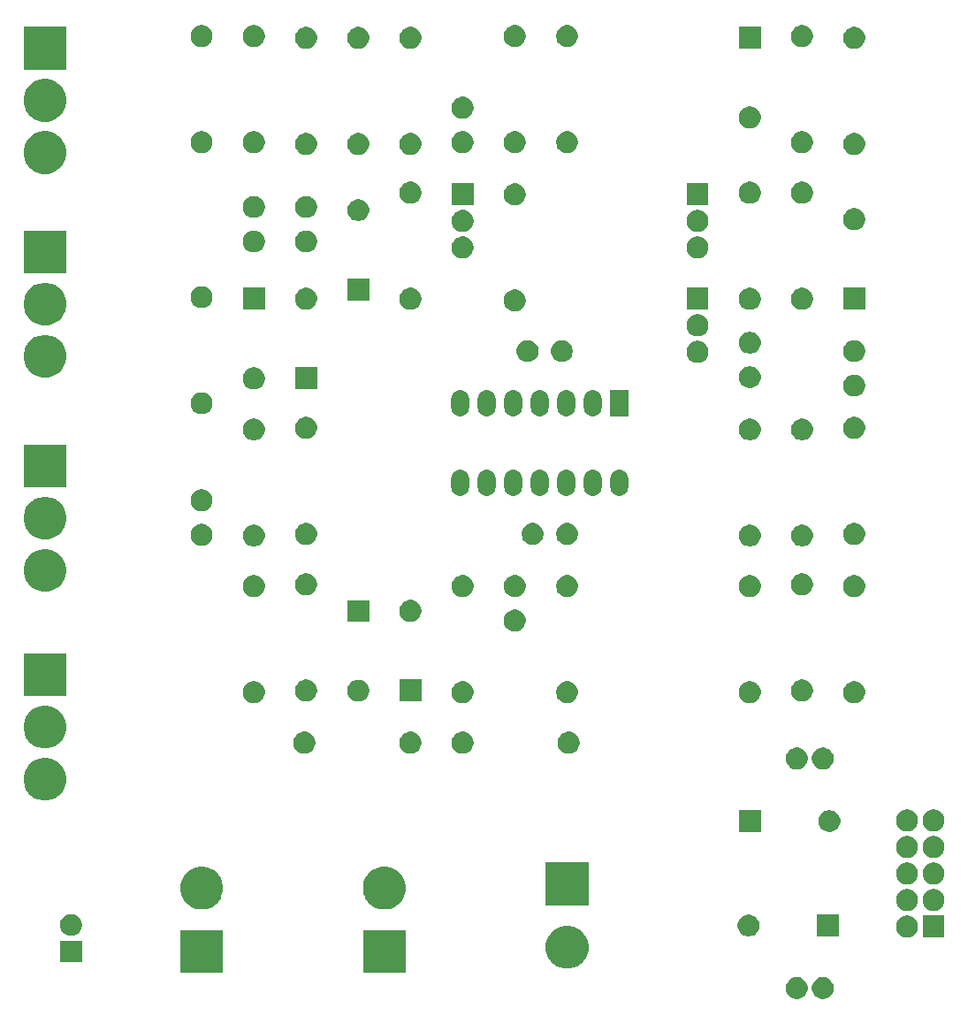
<source format=gbs>
G04 #@! TF.GenerationSoftware,KiCad,Pcbnew,5.1.5+dfsg1-2build2*
G04 #@! TF.CreationDate,2021-02-03T14:21:51+01:00*
G04 #@! TF.ProjectId,Drum-k,4472756d-2d6b-42e6-9b69-6361645f7063,rev?*
G04 #@! TF.SameCoordinates,Original*
G04 #@! TF.FileFunction,Soldermask,Bot*
G04 #@! TF.FilePolarity,Negative*
%FSLAX46Y46*%
G04 Gerber Fmt 4.6, Leading zero omitted, Abs format (unit mm)*
G04 Created by KiCad (PCBNEW 5.1.5+dfsg1-2build2) date 2021-02-03 14:21:51*
%MOMM*%
%LPD*%
G04 APERTURE LIST*
%ADD10C,0.100000*%
G04 APERTURE END LIST*
D10*
G36*
X134806564Y-129989389D02*
G01*
X134997833Y-130068615D01*
X134997835Y-130068616D01*
X135169973Y-130183635D01*
X135316365Y-130330027D01*
X135431385Y-130502167D01*
X135510611Y-130693436D01*
X135551000Y-130896484D01*
X135551000Y-131103516D01*
X135510611Y-131306564D01*
X135431385Y-131497833D01*
X135431384Y-131497835D01*
X135316365Y-131669973D01*
X135169973Y-131816365D01*
X134997835Y-131931384D01*
X134997834Y-131931385D01*
X134997833Y-131931385D01*
X134806564Y-132010611D01*
X134603516Y-132051000D01*
X134396484Y-132051000D01*
X134193436Y-132010611D01*
X134002167Y-131931385D01*
X134002166Y-131931385D01*
X134002165Y-131931384D01*
X133830027Y-131816365D01*
X133683635Y-131669973D01*
X133568616Y-131497835D01*
X133568615Y-131497833D01*
X133489389Y-131306564D01*
X133449000Y-131103516D01*
X133449000Y-130896484D01*
X133489389Y-130693436D01*
X133568615Y-130502167D01*
X133683635Y-130330027D01*
X133830027Y-130183635D01*
X134002165Y-130068616D01*
X134002167Y-130068615D01*
X134193436Y-129989389D01*
X134396484Y-129949000D01*
X134603516Y-129949000D01*
X134806564Y-129989389D01*
G37*
G36*
X132306564Y-129989389D02*
G01*
X132497833Y-130068615D01*
X132497835Y-130068616D01*
X132669973Y-130183635D01*
X132816365Y-130330027D01*
X132931385Y-130502167D01*
X133010611Y-130693436D01*
X133051000Y-130896484D01*
X133051000Y-131103516D01*
X133010611Y-131306564D01*
X132931385Y-131497833D01*
X132931384Y-131497835D01*
X132816365Y-131669973D01*
X132669973Y-131816365D01*
X132497835Y-131931384D01*
X132497834Y-131931385D01*
X132497833Y-131931385D01*
X132306564Y-132010611D01*
X132103516Y-132051000D01*
X131896484Y-132051000D01*
X131693436Y-132010611D01*
X131502167Y-131931385D01*
X131502166Y-131931385D01*
X131502165Y-131931384D01*
X131330027Y-131816365D01*
X131183635Y-131669973D01*
X131068616Y-131497835D01*
X131068615Y-131497833D01*
X130989389Y-131306564D01*
X130949000Y-131103516D01*
X130949000Y-130896484D01*
X130989389Y-130693436D01*
X131068615Y-130502167D01*
X131183635Y-130330027D01*
X131330027Y-130183635D01*
X131502165Y-130068616D01*
X131502167Y-130068615D01*
X131693436Y-129989389D01*
X131896484Y-129949000D01*
X132103516Y-129949000D01*
X132306564Y-129989389D01*
G37*
G36*
X77051000Y-129551000D02*
G01*
X72949000Y-129551000D01*
X72949000Y-125449000D01*
X77051000Y-125449000D01*
X77051000Y-129551000D01*
G37*
G36*
X94551000Y-129551000D02*
G01*
X90449000Y-129551000D01*
X90449000Y-125449000D01*
X94551000Y-125449000D01*
X94551000Y-129551000D01*
G37*
G36*
X110598254Y-125107818D02*
G01*
X110971511Y-125262426D01*
X110971513Y-125262427D01*
X111307436Y-125486884D01*
X111593116Y-125772564D01*
X111752174Y-126010610D01*
X111817574Y-126108489D01*
X111972182Y-126481746D01*
X112051000Y-126877993D01*
X112051000Y-127282007D01*
X111972182Y-127678254D01*
X111817574Y-128051511D01*
X111817573Y-128051513D01*
X111593116Y-128387436D01*
X111307436Y-128673116D01*
X110971513Y-128897573D01*
X110971512Y-128897574D01*
X110971511Y-128897574D01*
X110598254Y-129052182D01*
X110202007Y-129131000D01*
X109797993Y-129131000D01*
X109401746Y-129052182D01*
X109028489Y-128897574D01*
X109028488Y-128897574D01*
X109028487Y-128897573D01*
X108692564Y-128673116D01*
X108406884Y-128387436D01*
X108182427Y-128051513D01*
X108182426Y-128051511D01*
X108027818Y-127678254D01*
X107949000Y-127282007D01*
X107949000Y-126877993D01*
X108027818Y-126481746D01*
X108182426Y-126108489D01*
X108247827Y-126010610D01*
X108406884Y-125772564D01*
X108692564Y-125486884D01*
X109028487Y-125262427D01*
X109028489Y-125262426D01*
X109401746Y-125107818D01*
X109797993Y-125029000D01*
X110202007Y-125029000D01*
X110598254Y-125107818D01*
G37*
G36*
X63551000Y-128551000D02*
G01*
X61449000Y-128551000D01*
X61449000Y-126449000D01*
X63551000Y-126449000D01*
X63551000Y-128551000D01*
G37*
G36*
X146151000Y-126151000D02*
G01*
X144049000Y-126151000D01*
X144049000Y-124049000D01*
X146151000Y-124049000D01*
X146151000Y-126151000D01*
G37*
G36*
X142866564Y-124089389D02*
G01*
X143057833Y-124168615D01*
X143057835Y-124168616D01*
X143229973Y-124283635D01*
X143376365Y-124430027D01*
X143491385Y-124602167D01*
X143570611Y-124793436D01*
X143611000Y-124996484D01*
X143611000Y-125203516D01*
X143570611Y-125406564D01*
X143537341Y-125486884D01*
X143491384Y-125597835D01*
X143376365Y-125769973D01*
X143229973Y-125916365D01*
X143057835Y-126031384D01*
X143057834Y-126031385D01*
X143057833Y-126031385D01*
X142866564Y-126110611D01*
X142663516Y-126151000D01*
X142456484Y-126151000D01*
X142253436Y-126110611D01*
X142062167Y-126031385D01*
X142062166Y-126031385D01*
X142062165Y-126031384D01*
X141890027Y-125916365D01*
X141743635Y-125769973D01*
X141628616Y-125597835D01*
X141582659Y-125486884D01*
X141549389Y-125406564D01*
X141509000Y-125203516D01*
X141509000Y-124996484D01*
X141549389Y-124793436D01*
X141628615Y-124602167D01*
X141743635Y-124430027D01*
X141890027Y-124283635D01*
X142062165Y-124168616D01*
X142062167Y-124168615D01*
X142253436Y-124089389D01*
X142456484Y-124049000D01*
X142663516Y-124049000D01*
X142866564Y-124089389D01*
G37*
G36*
X127686564Y-123989389D02*
G01*
X127877833Y-124068615D01*
X127877835Y-124068616D01*
X127908924Y-124089389D01*
X128049973Y-124183635D01*
X128196365Y-124330027D01*
X128311385Y-124502167D01*
X128390611Y-124693436D01*
X128431000Y-124896484D01*
X128431000Y-125103516D01*
X128390611Y-125306564D01*
X128315920Y-125486884D01*
X128311384Y-125497835D01*
X128196365Y-125669973D01*
X128049973Y-125816365D01*
X127877835Y-125931384D01*
X127877834Y-125931385D01*
X127877833Y-125931385D01*
X127686564Y-126010611D01*
X127483516Y-126051000D01*
X127276484Y-126051000D01*
X127073436Y-126010611D01*
X126882167Y-125931385D01*
X126882166Y-125931385D01*
X126882165Y-125931384D01*
X126710027Y-125816365D01*
X126563635Y-125669973D01*
X126448616Y-125497835D01*
X126444080Y-125486884D01*
X126369389Y-125306564D01*
X126329000Y-125103516D01*
X126329000Y-124896484D01*
X126369389Y-124693436D01*
X126448615Y-124502167D01*
X126563635Y-124330027D01*
X126710027Y-124183635D01*
X126851076Y-124089389D01*
X126882165Y-124068616D01*
X126882167Y-124068615D01*
X127073436Y-123989389D01*
X127276484Y-123949000D01*
X127483516Y-123949000D01*
X127686564Y-123989389D01*
G37*
G36*
X136051000Y-126051000D02*
G01*
X133949000Y-126051000D01*
X133949000Y-123949000D01*
X136051000Y-123949000D01*
X136051000Y-126051000D01*
G37*
G36*
X62806564Y-123949389D02*
G01*
X62997833Y-124028615D01*
X62997835Y-124028616D01*
X63169973Y-124143635D01*
X63316365Y-124290027D01*
X63431385Y-124462167D01*
X63510611Y-124653436D01*
X63551000Y-124856484D01*
X63551000Y-125063516D01*
X63510611Y-125266564D01*
X63494042Y-125306565D01*
X63431384Y-125457835D01*
X63316365Y-125629973D01*
X63169973Y-125776365D01*
X62997835Y-125891384D01*
X62997834Y-125891385D01*
X62997833Y-125891385D01*
X62806564Y-125970611D01*
X62603516Y-126011000D01*
X62396484Y-126011000D01*
X62193436Y-125970611D01*
X62002167Y-125891385D01*
X62002166Y-125891385D01*
X62002165Y-125891384D01*
X61830027Y-125776365D01*
X61683635Y-125629973D01*
X61568616Y-125457835D01*
X61505958Y-125306565D01*
X61489389Y-125266564D01*
X61449000Y-125063516D01*
X61449000Y-124856484D01*
X61489389Y-124653436D01*
X61568615Y-124462167D01*
X61683635Y-124290027D01*
X61830027Y-124143635D01*
X62002165Y-124028616D01*
X62002167Y-124028615D01*
X62193436Y-123949389D01*
X62396484Y-123909000D01*
X62603516Y-123909000D01*
X62806564Y-123949389D01*
G37*
G36*
X142866564Y-121549389D02*
G01*
X143057833Y-121628615D01*
X143057835Y-121628616D01*
X143229973Y-121743635D01*
X143376365Y-121890027D01*
X143462044Y-122018254D01*
X143491385Y-122062167D01*
X143570611Y-122253436D01*
X143611000Y-122456484D01*
X143611000Y-122663516D01*
X143570611Y-122866564D01*
X143509907Y-123013116D01*
X143491384Y-123057835D01*
X143376365Y-123229973D01*
X143229973Y-123376365D01*
X143057835Y-123491384D01*
X143057834Y-123491385D01*
X143057833Y-123491385D01*
X142866564Y-123570611D01*
X142663516Y-123611000D01*
X142456484Y-123611000D01*
X142253436Y-123570611D01*
X142062167Y-123491385D01*
X142062166Y-123491385D01*
X142062165Y-123491384D01*
X141890027Y-123376365D01*
X141743635Y-123229973D01*
X141628616Y-123057835D01*
X141610093Y-123013116D01*
X141549389Y-122866564D01*
X141509000Y-122663516D01*
X141509000Y-122456484D01*
X141549389Y-122253436D01*
X141628615Y-122062167D01*
X141657957Y-122018254D01*
X141743635Y-121890027D01*
X141890027Y-121743635D01*
X142062165Y-121628616D01*
X142062167Y-121628615D01*
X142253436Y-121549389D01*
X142456484Y-121509000D01*
X142663516Y-121509000D01*
X142866564Y-121549389D01*
G37*
G36*
X145406564Y-121549389D02*
G01*
X145597833Y-121628615D01*
X145597835Y-121628616D01*
X145769973Y-121743635D01*
X145916365Y-121890027D01*
X146002044Y-122018254D01*
X146031385Y-122062167D01*
X146110611Y-122253436D01*
X146151000Y-122456484D01*
X146151000Y-122663516D01*
X146110611Y-122866564D01*
X146049907Y-123013116D01*
X146031384Y-123057835D01*
X145916365Y-123229973D01*
X145769973Y-123376365D01*
X145597835Y-123491384D01*
X145597834Y-123491385D01*
X145597833Y-123491385D01*
X145406564Y-123570611D01*
X145203516Y-123611000D01*
X144996484Y-123611000D01*
X144793436Y-123570611D01*
X144602167Y-123491385D01*
X144602166Y-123491385D01*
X144602165Y-123491384D01*
X144430027Y-123376365D01*
X144283635Y-123229973D01*
X144168616Y-123057835D01*
X144150093Y-123013116D01*
X144089389Y-122866564D01*
X144049000Y-122663516D01*
X144049000Y-122456484D01*
X144089389Y-122253436D01*
X144168615Y-122062167D01*
X144197957Y-122018254D01*
X144283635Y-121890027D01*
X144430027Y-121743635D01*
X144602165Y-121628616D01*
X144602167Y-121628615D01*
X144793436Y-121549389D01*
X144996484Y-121509000D01*
X145203516Y-121509000D01*
X145406564Y-121549389D01*
G37*
G36*
X93098254Y-119447818D02*
G01*
X93277748Y-119522167D01*
X93471513Y-119602427D01*
X93807436Y-119826884D01*
X94093116Y-120112564D01*
X94236107Y-120326564D01*
X94317574Y-120448489D01*
X94472182Y-120821746D01*
X94551000Y-121217993D01*
X94551000Y-121622007D01*
X94472182Y-122018254D01*
X94374767Y-122253435D01*
X94317573Y-122391513D01*
X94093116Y-122727436D01*
X93807436Y-123013116D01*
X93471513Y-123237573D01*
X93471512Y-123237574D01*
X93471511Y-123237574D01*
X93098254Y-123392182D01*
X92702007Y-123471000D01*
X92297993Y-123471000D01*
X91901746Y-123392182D01*
X91528489Y-123237574D01*
X91528488Y-123237574D01*
X91528487Y-123237573D01*
X91192564Y-123013116D01*
X90906884Y-122727436D01*
X90682427Y-122391513D01*
X90625233Y-122253435D01*
X90527818Y-122018254D01*
X90449000Y-121622007D01*
X90449000Y-121217993D01*
X90527818Y-120821746D01*
X90682426Y-120448489D01*
X90763894Y-120326564D01*
X90906884Y-120112564D01*
X91192564Y-119826884D01*
X91528487Y-119602427D01*
X91722252Y-119522167D01*
X91901746Y-119447818D01*
X92297993Y-119369000D01*
X92702007Y-119369000D01*
X93098254Y-119447818D01*
G37*
G36*
X75598254Y-119447818D02*
G01*
X75777748Y-119522167D01*
X75971513Y-119602427D01*
X76307436Y-119826884D01*
X76593116Y-120112564D01*
X76736107Y-120326564D01*
X76817574Y-120448489D01*
X76972182Y-120821746D01*
X77051000Y-121217993D01*
X77051000Y-121622007D01*
X76972182Y-122018254D01*
X76874767Y-122253435D01*
X76817573Y-122391513D01*
X76593116Y-122727436D01*
X76307436Y-123013116D01*
X75971513Y-123237573D01*
X75971512Y-123237574D01*
X75971511Y-123237574D01*
X75598254Y-123392182D01*
X75202007Y-123471000D01*
X74797993Y-123471000D01*
X74401746Y-123392182D01*
X74028489Y-123237574D01*
X74028488Y-123237574D01*
X74028487Y-123237573D01*
X73692564Y-123013116D01*
X73406884Y-122727436D01*
X73182427Y-122391513D01*
X73125233Y-122253435D01*
X73027818Y-122018254D01*
X72949000Y-121622007D01*
X72949000Y-121217993D01*
X73027818Y-120821746D01*
X73182426Y-120448489D01*
X73263894Y-120326564D01*
X73406884Y-120112564D01*
X73692564Y-119826884D01*
X74028487Y-119602427D01*
X74222252Y-119522167D01*
X74401746Y-119447818D01*
X74797993Y-119369000D01*
X75202007Y-119369000D01*
X75598254Y-119447818D01*
G37*
G36*
X112051000Y-123051000D02*
G01*
X107949000Y-123051000D01*
X107949000Y-118949000D01*
X112051000Y-118949000D01*
X112051000Y-123051000D01*
G37*
G36*
X142866564Y-119009389D02*
G01*
X143057833Y-119088615D01*
X143057835Y-119088616D01*
X143229973Y-119203635D01*
X143376365Y-119350027D01*
X143441708Y-119447819D01*
X143491385Y-119522167D01*
X143570611Y-119713436D01*
X143611000Y-119916484D01*
X143611000Y-120123516D01*
X143570611Y-120326564D01*
X143520109Y-120448487D01*
X143491384Y-120517835D01*
X143376365Y-120689973D01*
X143229973Y-120836365D01*
X143057835Y-120951384D01*
X143057834Y-120951385D01*
X143057833Y-120951385D01*
X142866564Y-121030611D01*
X142663516Y-121071000D01*
X142456484Y-121071000D01*
X142253436Y-121030611D01*
X142062167Y-120951385D01*
X142062166Y-120951385D01*
X142062165Y-120951384D01*
X141890027Y-120836365D01*
X141743635Y-120689973D01*
X141628616Y-120517835D01*
X141599891Y-120448487D01*
X141549389Y-120326564D01*
X141509000Y-120123516D01*
X141509000Y-119916484D01*
X141549389Y-119713436D01*
X141628615Y-119522167D01*
X141678293Y-119447819D01*
X141743635Y-119350027D01*
X141890027Y-119203635D01*
X142062165Y-119088616D01*
X142062167Y-119088615D01*
X142253436Y-119009389D01*
X142456484Y-118969000D01*
X142663516Y-118969000D01*
X142866564Y-119009389D01*
G37*
G36*
X145406564Y-119009389D02*
G01*
X145597833Y-119088615D01*
X145597835Y-119088616D01*
X145769973Y-119203635D01*
X145916365Y-119350027D01*
X145981708Y-119447819D01*
X146031385Y-119522167D01*
X146110611Y-119713436D01*
X146151000Y-119916484D01*
X146151000Y-120123516D01*
X146110611Y-120326564D01*
X146060109Y-120448487D01*
X146031384Y-120517835D01*
X145916365Y-120689973D01*
X145769973Y-120836365D01*
X145597835Y-120951384D01*
X145597834Y-120951385D01*
X145597833Y-120951385D01*
X145406564Y-121030611D01*
X145203516Y-121071000D01*
X144996484Y-121071000D01*
X144793436Y-121030611D01*
X144602167Y-120951385D01*
X144602166Y-120951385D01*
X144602165Y-120951384D01*
X144430027Y-120836365D01*
X144283635Y-120689973D01*
X144168616Y-120517835D01*
X144139891Y-120448487D01*
X144089389Y-120326564D01*
X144049000Y-120123516D01*
X144049000Y-119916484D01*
X144089389Y-119713436D01*
X144168615Y-119522167D01*
X144218293Y-119447819D01*
X144283635Y-119350027D01*
X144430027Y-119203635D01*
X144602165Y-119088616D01*
X144602167Y-119088615D01*
X144793436Y-119009389D01*
X144996484Y-118969000D01*
X145203516Y-118969000D01*
X145406564Y-119009389D01*
G37*
G36*
X142866564Y-116469389D02*
G01*
X143057833Y-116548615D01*
X143057835Y-116548616D01*
X143229973Y-116663635D01*
X143376365Y-116810027D01*
X143491385Y-116982167D01*
X143570611Y-117173436D01*
X143611000Y-117376484D01*
X143611000Y-117583516D01*
X143570611Y-117786564D01*
X143491385Y-117977833D01*
X143491384Y-117977835D01*
X143376365Y-118149973D01*
X143229973Y-118296365D01*
X143057835Y-118411384D01*
X143057834Y-118411385D01*
X143057833Y-118411385D01*
X142866564Y-118490611D01*
X142663516Y-118531000D01*
X142456484Y-118531000D01*
X142253436Y-118490611D01*
X142062167Y-118411385D01*
X142062166Y-118411385D01*
X142062165Y-118411384D01*
X141890027Y-118296365D01*
X141743635Y-118149973D01*
X141628616Y-117977835D01*
X141628615Y-117977833D01*
X141549389Y-117786564D01*
X141509000Y-117583516D01*
X141509000Y-117376484D01*
X141549389Y-117173436D01*
X141628615Y-116982167D01*
X141743635Y-116810027D01*
X141890027Y-116663635D01*
X142062165Y-116548616D01*
X142062167Y-116548615D01*
X142253436Y-116469389D01*
X142456484Y-116429000D01*
X142663516Y-116429000D01*
X142866564Y-116469389D01*
G37*
G36*
X145406564Y-116469389D02*
G01*
X145597833Y-116548615D01*
X145597835Y-116548616D01*
X145769973Y-116663635D01*
X145916365Y-116810027D01*
X146031385Y-116982167D01*
X146110611Y-117173436D01*
X146151000Y-117376484D01*
X146151000Y-117583516D01*
X146110611Y-117786564D01*
X146031385Y-117977833D01*
X146031384Y-117977835D01*
X145916365Y-118149973D01*
X145769973Y-118296365D01*
X145597835Y-118411384D01*
X145597834Y-118411385D01*
X145597833Y-118411385D01*
X145406564Y-118490611D01*
X145203516Y-118531000D01*
X144996484Y-118531000D01*
X144793436Y-118490611D01*
X144602167Y-118411385D01*
X144602166Y-118411385D01*
X144602165Y-118411384D01*
X144430027Y-118296365D01*
X144283635Y-118149973D01*
X144168616Y-117977835D01*
X144168615Y-117977833D01*
X144089389Y-117786564D01*
X144049000Y-117583516D01*
X144049000Y-117376484D01*
X144089389Y-117173436D01*
X144168615Y-116982167D01*
X144283635Y-116810027D01*
X144430027Y-116663635D01*
X144602165Y-116548616D01*
X144602167Y-116548615D01*
X144793436Y-116469389D01*
X144996484Y-116429000D01*
X145203516Y-116429000D01*
X145406564Y-116469389D01*
G37*
G36*
X135426564Y-113989389D02*
G01*
X135617833Y-114068615D01*
X135617835Y-114068616D01*
X135789973Y-114183635D01*
X135936365Y-114330027D01*
X136011295Y-114442167D01*
X136051385Y-114502167D01*
X136130611Y-114693436D01*
X136171000Y-114896484D01*
X136171000Y-115103516D01*
X136130611Y-115306564D01*
X136076237Y-115437835D01*
X136051384Y-115497835D01*
X135936365Y-115669973D01*
X135789973Y-115816365D01*
X135617835Y-115931384D01*
X135617834Y-115931385D01*
X135617833Y-115931385D01*
X135426564Y-116010611D01*
X135223516Y-116051000D01*
X135016484Y-116051000D01*
X134813436Y-116010611D01*
X134622167Y-115931385D01*
X134622166Y-115931385D01*
X134622165Y-115931384D01*
X134450027Y-115816365D01*
X134303635Y-115669973D01*
X134188616Y-115497835D01*
X134163763Y-115437835D01*
X134109389Y-115306564D01*
X134069000Y-115103516D01*
X134069000Y-114896484D01*
X134109389Y-114693436D01*
X134188615Y-114502167D01*
X134228706Y-114442167D01*
X134303635Y-114330027D01*
X134450027Y-114183635D01*
X134622165Y-114068616D01*
X134622167Y-114068615D01*
X134813436Y-113989389D01*
X135016484Y-113949000D01*
X135223516Y-113949000D01*
X135426564Y-113989389D01*
G37*
G36*
X128551000Y-116051000D02*
G01*
X126449000Y-116051000D01*
X126449000Y-113949000D01*
X128551000Y-113949000D01*
X128551000Y-116051000D01*
G37*
G36*
X142866564Y-113929389D02*
G01*
X143057833Y-114008615D01*
X143057835Y-114008616D01*
X143147630Y-114068615D01*
X143229973Y-114123635D01*
X143376365Y-114270027D01*
X143491385Y-114442167D01*
X143570611Y-114633436D01*
X143611000Y-114836484D01*
X143611000Y-115043516D01*
X143570611Y-115246564D01*
X143491385Y-115437833D01*
X143491384Y-115437835D01*
X143376365Y-115609973D01*
X143229973Y-115756365D01*
X143057835Y-115871384D01*
X143057834Y-115871385D01*
X143057833Y-115871385D01*
X142866564Y-115950611D01*
X142663516Y-115991000D01*
X142456484Y-115991000D01*
X142253436Y-115950611D01*
X142062167Y-115871385D01*
X142062166Y-115871385D01*
X142062165Y-115871384D01*
X141890027Y-115756365D01*
X141743635Y-115609973D01*
X141628616Y-115437835D01*
X141628615Y-115437833D01*
X141549389Y-115246564D01*
X141509000Y-115043516D01*
X141509000Y-114836484D01*
X141549389Y-114633436D01*
X141628615Y-114442167D01*
X141743635Y-114270027D01*
X141890027Y-114123635D01*
X141972370Y-114068615D01*
X142062165Y-114008616D01*
X142062167Y-114008615D01*
X142253436Y-113929389D01*
X142456484Y-113889000D01*
X142663516Y-113889000D01*
X142866564Y-113929389D01*
G37*
G36*
X145406564Y-113929389D02*
G01*
X145597833Y-114008615D01*
X145597835Y-114008616D01*
X145687630Y-114068615D01*
X145769973Y-114123635D01*
X145916365Y-114270027D01*
X146031385Y-114442167D01*
X146110611Y-114633436D01*
X146151000Y-114836484D01*
X146151000Y-115043516D01*
X146110611Y-115246564D01*
X146031385Y-115437833D01*
X146031384Y-115437835D01*
X145916365Y-115609973D01*
X145769973Y-115756365D01*
X145597835Y-115871384D01*
X145597834Y-115871385D01*
X145597833Y-115871385D01*
X145406564Y-115950611D01*
X145203516Y-115991000D01*
X144996484Y-115991000D01*
X144793436Y-115950611D01*
X144602167Y-115871385D01*
X144602166Y-115871385D01*
X144602165Y-115871384D01*
X144430027Y-115756365D01*
X144283635Y-115609973D01*
X144168616Y-115437835D01*
X144168615Y-115437833D01*
X144089389Y-115246564D01*
X144049000Y-115043516D01*
X144049000Y-114836484D01*
X144089389Y-114633436D01*
X144168615Y-114442167D01*
X144283635Y-114270027D01*
X144430027Y-114123635D01*
X144512370Y-114068615D01*
X144602165Y-114008616D01*
X144602167Y-114008615D01*
X144793436Y-113929389D01*
X144996484Y-113889000D01*
X145203516Y-113889000D01*
X145406564Y-113929389D01*
G37*
G36*
X60598254Y-109027818D02*
G01*
X60971511Y-109182426D01*
X60971513Y-109182427D01*
X61307436Y-109406884D01*
X61593116Y-109692564D01*
X61805629Y-110010611D01*
X61817574Y-110028489D01*
X61972182Y-110401746D01*
X62051000Y-110797993D01*
X62051000Y-111202007D01*
X61972182Y-111598254D01*
X61817574Y-111971511D01*
X61817573Y-111971513D01*
X61593116Y-112307436D01*
X61307436Y-112593116D01*
X60971513Y-112817573D01*
X60971512Y-112817574D01*
X60971511Y-112817574D01*
X60598254Y-112972182D01*
X60202007Y-113051000D01*
X59797993Y-113051000D01*
X59401746Y-112972182D01*
X59028489Y-112817574D01*
X59028488Y-112817574D01*
X59028487Y-112817573D01*
X58692564Y-112593116D01*
X58406884Y-112307436D01*
X58182427Y-111971513D01*
X58182426Y-111971511D01*
X58027818Y-111598254D01*
X57949000Y-111202007D01*
X57949000Y-110797993D01*
X58027818Y-110401746D01*
X58182426Y-110028489D01*
X58194372Y-110010611D01*
X58406884Y-109692564D01*
X58692564Y-109406884D01*
X59028487Y-109182427D01*
X59028489Y-109182426D01*
X59401746Y-109027818D01*
X59797993Y-108949000D01*
X60202007Y-108949000D01*
X60598254Y-109027818D01*
G37*
G36*
X134806564Y-107989389D02*
G01*
X134997833Y-108068615D01*
X134997835Y-108068616D01*
X135169973Y-108183635D01*
X135316365Y-108330027D01*
X135384090Y-108431384D01*
X135431385Y-108502167D01*
X135510611Y-108693436D01*
X135551000Y-108896484D01*
X135551000Y-109103516D01*
X135510611Y-109306564D01*
X135469057Y-109406884D01*
X135431384Y-109497835D01*
X135316365Y-109669973D01*
X135169973Y-109816365D01*
X134997835Y-109931384D01*
X134997834Y-109931385D01*
X134997833Y-109931385D01*
X134806564Y-110010611D01*
X134603516Y-110051000D01*
X134396484Y-110051000D01*
X134193436Y-110010611D01*
X134002167Y-109931385D01*
X134002166Y-109931385D01*
X134002165Y-109931384D01*
X133830027Y-109816365D01*
X133683635Y-109669973D01*
X133568616Y-109497835D01*
X133530943Y-109406884D01*
X133489389Y-109306564D01*
X133449000Y-109103516D01*
X133449000Y-108896484D01*
X133489389Y-108693436D01*
X133568615Y-108502167D01*
X133615911Y-108431384D01*
X133683635Y-108330027D01*
X133830027Y-108183635D01*
X134002165Y-108068616D01*
X134002167Y-108068615D01*
X134193436Y-107989389D01*
X134396484Y-107949000D01*
X134603516Y-107949000D01*
X134806564Y-107989389D01*
G37*
G36*
X132306564Y-107989389D02*
G01*
X132497833Y-108068615D01*
X132497835Y-108068616D01*
X132669973Y-108183635D01*
X132816365Y-108330027D01*
X132884090Y-108431384D01*
X132931385Y-108502167D01*
X133010611Y-108693436D01*
X133051000Y-108896484D01*
X133051000Y-109103516D01*
X133010611Y-109306564D01*
X132969057Y-109406884D01*
X132931384Y-109497835D01*
X132816365Y-109669973D01*
X132669973Y-109816365D01*
X132497835Y-109931384D01*
X132497834Y-109931385D01*
X132497833Y-109931385D01*
X132306564Y-110010611D01*
X132103516Y-110051000D01*
X131896484Y-110051000D01*
X131693436Y-110010611D01*
X131502167Y-109931385D01*
X131502166Y-109931385D01*
X131502165Y-109931384D01*
X131330027Y-109816365D01*
X131183635Y-109669973D01*
X131068616Y-109497835D01*
X131030943Y-109406884D01*
X130989389Y-109306564D01*
X130949000Y-109103516D01*
X130949000Y-108896484D01*
X130989389Y-108693436D01*
X131068615Y-108502167D01*
X131115911Y-108431384D01*
X131183635Y-108330027D01*
X131330027Y-108183635D01*
X131502165Y-108068616D01*
X131502167Y-108068615D01*
X131693436Y-107989389D01*
X131896484Y-107949000D01*
X132103516Y-107949000D01*
X132306564Y-107989389D01*
G37*
G36*
X95306564Y-106489389D02*
G01*
X95497833Y-106568615D01*
X95497835Y-106568616D01*
X95669973Y-106683635D01*
X95816365Y-106830027D01*
X95910902Y-106971511D01*
X95931385Y-107002167D01*
X96010611Y-107193436D01*
X96051000Y-107396484D01*
X96051000Y-107603516D01*
X96010611Y-107806564D01*
X95934882Y-107989390D01*
X95931384Y-107997835D01*
X95816365Y-108169973D01*
X95669973Y-108316365D01*
X95497835Y-108431384D01*
X95497834Y-108431385D01*
X95497833Y-108431385D01*
X95306564Y-108510611D01*
X95103516Y-108551000D01*
X94896484Y-108551000D01*
X94693436Y-108510611D01*
X94502167Y-108431385D01*
X94502166Y-108431385D01*
X94502165Y-108431384D01*
X94330027Y-108316365D01*
X94183635Y-108169973D01*
X94068616Y-107997835D01*
X94065118Y-107989390D01*
X93989389Y-107806564D01*
X93949000Y-107603516D01*
X93949000Y-107396484D01*
X93989389Y-107193436D01*
X94068615Y-107002167D01*
X94089099Y-106971511D01*
X94183635Y-106830027D01*
X94330027Y-106683635D01*
X94502165Y-106568616D01*
X94502167Y-106568615D01*
X94693436Y-106489389D01*
X94896484Y-106449000D01*
X95103516Y-106449000D01*
X95306564Y-106489389D01*
G37*
G36*
X85146564Y-106489389D02*
G01*
X85337833Y-106568615D01*
X85337835Y-106568616D01*
X85509973Y-106683635D01*
X85656365Y-106830027D01*
X85750902Y-106971511D01*
X85771385Y-107002167D01*
X85850611Y-107193436D01*
X85891000Y-107396484D01*
X85891000Y-107603516D01*
X85850611Y-107806564D01*
X85774882Y-107989390D01*
X85771384Y-107997835D01*
X85656365Y-108169973D01*
X85509973Y-108316365D01*
X85337835Y-108431384D01*
X85337834Y-108431385D01*
X85337833Y-108431385D01*
X85146564Y-108510611D01*
X84943516Y-108551000D01*
X84736484Y-108551000D01*
X84533436Y-108510611D01*
X84342167Y-108431385D01*
X84342166Y-108431385D01*
X84342165Y-108431384D01*
X84170027Y-108316365D01*
X84023635Y-108169973D01*
X83908616Y-107997835D01*
X83905118Y-107989390D01*
X83829389Y-107806564D01*
X83789000Y-107603516D01*
X83789000Y-107396484D01*
X83829389Y-107193436D01*
X83908615Y-107002167D01*
X83929099Y-106971511D01*
X84023635Y-106830027D01*
X84170027Y-106683635D01*
X84342165Y-106568616D01*
X84342167Y-106568615D01*
X84533436Y-106489389D01*
X84736484Y-106449000D01*
X84943516Y-106449000D01*
X85146564Y-106489389D01*
G37*
G36*
X100306564Y-106489389D02*
G01*
X100497833Y-106568615D01*
X100497835Y-106568616D01*
X100669973Y-106683635D01*
X100816365Y-106830027D01*
X100910902Y-106971511D01*
X100931385Y-107002167D01*
X101010611Y-107193436D01*
X101051000Y-107396484D01*
X101051000Y-107603516D01*
X101010611Y-107806564D01*
X100934882Y-107989390D01*
X100931384Y-107997835D01*
X100816365Y-108169973D01*
X100669973Y-108316365D01*
X100497835Y-108431384D01*
X100497834Y-108431385D01*
X100497833Y-108431385D01*
X100306564Y-108510611D01*
X100103516Y-108551000D01*
X99896484Y-108551000D01*
X99693436Y-108510611D01*
X99502167Y-108431385D01*
X99502166Y-108431385D01*
X99502165Y-108431384D01*
X99330027Y-108316365D01*
X99183635Y-108169973D01*
X99068616Y-107997835D01*
X99065118Y-107989390D01*
X98989389Y-107806564D01*
X98949000Y-107603516D01*
X98949000Y-107396484D01*
X98989389Y-107193436D01*
X99068615Y-107002167D01*
X99089099Y-106971511D01*
X99183635Y-106830027D01*
X99330027Y-106683635D01*
X99502165Y-106568616D01*
X99502167Y-106568615D01*
X99693436Y-106489389D01*
X99896484Y-106449000D01*
X100103516Y-106449000D01*
X100306564Y-106489389D01*
G37*
G36*
X110466564Y-106489389D02*
G01*
X110657833Y-106568615D01*
X110657835Y-106568616D01*
X110829973Y-106683635D01*
X110976365Y-106830027D01*
X111070902Y-106971511D01*
X111091385Y-107002167D01*
X111170611Y-107193436D01*
X111211000Y-107396484D01*
X111211000Y-107603516D01*
X111170611Y-107806564D01*
X111094882Y-107989390D01*
X111091384Y-107997835D01*
X110976365Y-108169973D01*
X110829973Y-108316365D01*
X110657835Y-108431384D01*
X110657834Y-108431385D01*
X110657833Y-108431385D01*
X110466564Y-108510611D01*
X110263516Y-108551000D01*
X110056484Y-108551000D01*
X109853436Y-108510611D01*
X109662167Y-108431385D01*
X109662166Y-108431385D01*
X109662165Y-108431384D01*
X109490027Y-108316365D01*
X109343635Y-108169973D01*
X109228616Y-107997835D01*
X109225118Y-107989390D01*
X109149389Y-107806564D01*
X109109000Y-107603516D01*
X109109000Y-107396484D01*
X109149389Y-107193436D01*
X109228615Y-107002167D01*
X109249099Y-106971511D01*
X109343635Y-106830027D01*
X109490027Y-106683635D01*
X109662165Y-106568616D01*
X109662167Y-106568615D01*
X109853436Y-106489389D01*
X110056484Y-106449000D01*
X110263516Y-106449000D01*
X110466564Y-106489389D01*
G37*
G36*
X60598254Y-104027818D02*
G01*
X60971511Y-104182426D01*
X60971513Y-104182427D01*
X61307436Y-104406884D01*
X61593116Y-104692564D01*
X61817574Y-105028489D01*
X61972182Y-105401746D01*
X62051000Y-105797993D01*
X62051000Y-106202007D01*
X61972182Y-106598254D01*
X61817574Y-106971511D01*
X61817573Y-106971513D01*
X61593116Y-107307436D01*
X61307436Y-107593116D01*
X60971513Y-107817573D01*
X60971512Y-107817574D01*
X60971511Y-107817574D01*
X60598254Y-107972182D01*
X60202007Y-108051000D01*
X59797993Y-108051000D01*
X59401746Y-107972182D01*
X59028489Y-107817574D01*
X59028488Y-107817574D01*
X59028487Y-107817573D01*
X58692564Y-107593116D01*
X58406884Y-107307436D01*
X58182427Y-106971513D01*
X58182426Y-106971511D01*
X58027818Y-106598254D01*
X57949000Y-106202007D01*
X57949000Y-105797993D01*
X58027818Y-105401746D01*
X58182426Y-105028489D01*
X58406884Y-104692564D01*
X58692564Y-104406884D01*
X59028487Y-104182427D01*
X59028489Y-104182426D01*
X59401746Y-104027818D01*
X59797993Y-103949000D01*
X60202007Y-103949000D01*
X60598254Y-104027818D01*
G37*
G36*
X80306564Y-101649389D02*
G01*
X80497833Y-101728615D01*
X80497835Y-101728616D01*
X80649607Y-101830027D01*
X80669973Y-101843635D01*
X80816365Y-101990027D01*
X80931385Y-102162167D01*
X81010611Y-102353436D01*
X81051000Y-102556484D01*
X81051000Y-102763516D01*
X81010611Y-102966564D01*
X80931385Y-103157833D01*
X80931384Y-103157835D01*
X80816365Y-103329973D01*
X80669973Y-103476365D01*
X80497835Y-103591384D01*
X80497834Y-103591385D01*
X80497833Y-103591385D01*
X80306564Y-103670611D01*
X80103516Y-103711000D01*
X79896484Y-103711000D01*
X79693436Y-103670611D01*
X79502167Y-103591385D01*
X79502166Y-103591385D01*
X79502165Y-103591384D01*
X79330027Y-103476365D01*
X79183635Y-103329973D01*
X79068616Y-103157835D01*
X79068615Y-103157833D01*
X78989389Y-102966564D01*
X78949000Y-102763516D01*
X78949000Y-102556484D01*
X78989389Y-102353436D01*
X79068615Y-102162167D01*
X79183635Y-101990027D01*
X79330027Y-101843635D01*
X79350393Y-101830027D01*
X79502165Y-101728616D01*
X79502167Y-101728615D01*
X79693436Y-101649389D01*
X79896484Y-101609000D01*
X80103516Y-101609000D01*
X80306564Y-101649389D01*
G37*
G36*
X100306564Y-101649389D02*
G01*
X100497833Y-101728615D01*
X100497835Y-101728616D01*
X100649607Y-101830027D01*
X100669973Y-101843635D01*
X100816365Y-101990027D01*
X100931385Y-102162167D01*
X101010611Y-102353436D01*
X101051000Y-102556484D01*
X101051000Y-102763516D01*
X101010611Y-102966564D01*
X100931385Y-103157833D01*
X100931384Y-103157835D01*
X100816365Y-103329973D01*
X100669973Y-103476365D01*
X100497835Y-103591384D01*
X100497834Y-103591385D01*
X100497833Y-103591385D01*
X100306564Y-103670611D01*
X100103516Y-103711000D01*
X99896484Y-103711000D01*
X99693436Y-103670611D01*
X99502167Y-103591385D01*
X99502166Y-103591385D01*
X99502165Y-103591384D01*
X99330027Y-103476365D01*
X99183635Y-103329973D01*
X99068616Y-103157835D01*
X99068615Y-103157833D01*
X98989389Y-102966564D01*
X98949000Y-102763516D01*
X98949000Y-102556484D01*
X98989389Y-102353436D01*
X99068615Y-102162167D01*
X99183635Y-101990027D01*
X99330027Y-101843635D01*
X99350393Y-101830027D01*
X99502165Y-101728616D01*
X99502167Y-101728615D01*
X99693436Y-101649389D01*
X99896484Y-101609000D01*
X100103516Y-101609000D01*
X100306564Y-101649389D01*
G37*
G36*
X110306564Y-101649389D02*
G01*
X110497833Y-101728615D01*
X110497835Y-101728616D01*
X110649607Y-101830027D01*
X110669973Y-101843635D01*
X110816365Y-101990027D01*
X110931385Y-102162167D01*
X111010611Y-102353436D01*
X111051000Y-102556484D01*
X111051000Y-102763516D01*
X111010611Y-102966564D01*
X110931385Y-103157833D01*
X110931384Y-103157835D01*
X110816365Y-103329973D01*
X110669973Y-103476365D01*
X110497835Y-103591384D01*
X110497834Y-103591385D01*
X110497833Y-103591385D01*
X110306564Y-103670611D01*
X110103516Y-103711000D01*
X109896484Y-103711000D01*
X109693436Y-103670611D01*
X109502167Y-103591385D01*
X109502166Y-103591385D01*
X109502165Y-103591384D01*
X109330027Y-103476365D01*
X109183635Y-103329973D01*
X109068616Y-103157835D01*
X109068615Y-103157833D01*
X108989389Y-102966564D01*
X108949000Y-102763516D01*
X108949000Y-102556484D01*
X108989389Y-102353436D01*
X109068615Y-102162167D01*
X109183635Y-101990027D01*
X109330027Y-101843635D01*
X109350393Y-101830027D01*
X109502165Y-101728616D01*
X109502167Y-101728615D01*
X109693436Y-101649389D01*
X109896484Y-101609000D01*
X110103516Y-101609000D01*
X110306564Y-101649389D01*
G37*
G36*
X127806564Y-101649389D02*
G01*
X127997833Y-101728615D01*
X127997835Y-101728616D01*
X128149607Y-101830027D01*
X128169973Y-101843635D01*
X128316365Y-101990027D01*
X128431385Y-102162167D01*
X128510611Y-102353436D01*
X128551000Y-102556484D01*
X128551000Y-102763516D01*
X128510611Y-102966564D01*
X128431385Y-103157833D01*
X128431384Y-103157835D01*
X128316365Y-103329973D01*
X128169973Y-103476365D01*
X127997835Y-103591384D01*
X127997834Y-103591385D01*
X127997833Y-103591385D01*
X127806564Y-103670611D01*
X127603516Y-103711000D01*
X127396484Y-103711000D01*
X127193436Y-103670611D01*
X127002167Y-103591385D01*
X127002166Y-103591385D01*
X127002165Y-103591384D01*
X126830027Y-103476365D01*
X126683635Y-103329973D01*
X126568616Y-103157835D01*
X126568615Y-103157833D01*
X126489389Y-102966564D01*
X126449000Y-102763516D01*
X126449000Y-102556484D01*
X126489389Y-102353436D01*
X126568615Y-102162167D01*
X126683635Y-101990027D01*
X126830027Y-101843635D01*
X126850393Y-101830027D01*
X127002165Y-101728616D01*
X127002167Y-101728615D01*
X127193436Y-101649389D01*
X127396484Y-101609000D01*
X127603516Y-101609000D01*
X127806564Y-101649389D01*
G37*
G36*
X137806564Y-101649389D02*
G01*
X137997833Y-101728615D01*
X137997835Y-101728616D01*
X138149607Y-101830027D01*
X138169973Y-101843635D01*
X138316365Y-101990027D01*
X138431385Y-102162167D01*
X138510611Y-102353436D01*
X138551000Y-102556484D01*
X138551000Y-102763516D01*
X138510611Y-102966564D01*
X138431385Y-103157833D01*
X138431384Y-103157835D01*
X138316365Y-103329973D01*
X138169973Y-103476365D01*
X137997835Y-103591384D01*
X137997834Y-103591385D01*
X137997833Y-103591385D01*
X137806564Y-103670611D01*
X137603516Y-103711000D01*
X137396484Y-103711000D01*
X137193436Y-103670611D01*
X137002167Y-103591385D01*
X137002166Y-103591385D01*
X137002165Y-103591384D01*
X136830027Y-103476365D01*
X136683635Y-103329973D01*
X136568616Y-103157835D01*
X136568615Y-103157833D01*
X136489389Y-102966564D01*
X136449000Y-102763516D01*
X136449000Y-102556484D01*
X136489389Y-102353436D01*
X136568615Y-102162167D01*
X136683635Y-101990027D01*
X136830027Y-101843635D01*
X136850393Y-101830027D01*
X137002165Y-101728616D01*
X137002167Y-101728615D01*
X137193436Y-101649389D01*
X137396484Y-101609000D01*
X137603516Y-101609000D01*
X137806564Y-101649389D01*
G37*
G36*
X90306564Y-101509389D02*
G01*
X90497833Y-101588615D01*
X90497835Y-101588616D01*
X90669973Y-101703635D01*
X90816365Y-101850027D01*
X90918022Y-102002167D01*
X90931385Y-102022167D01*
X91010611Y-102213436D01*
X91051000Y-102416484D01*
X91051000Y-102623516D01*
X91010611Y-102826564D01*
X90952621Y-102966564D01*
X90931384Y-103017835D01*
X90816365Y-103189973D01*
X90669973Y-103336365D01*
X90497835Y-103451384D01*
X90497834Y-103451385D01*
X90497833Y-103451385D01*
X90306564Y-103530611D01*
X90103516Y-103571000D01*
X89896484Y-103571000D01*
X89693436Y-103530611D01*
X89502167Y-103451385D01*
X89502166Y-103451385D01*
X89502165Y-103451384D01*
X89330027Y-103336365D01*
X89183635Y-103189973D01*
X89068616Y-103017835D01*
X89047379Y-102966564D01*
X88989389Y-102826564D01*
X88949000Y-102623516D01*
X88949000Y-102416484D01*
X88989389Y-102213436D01*
X89068615Y-102022167D01*
X89081979Y-102002167D01*
X89183635Y-101850027D01*
X89330027Y-101703635D01*
X89502165Y-101588616D01*
X89502167Y-101588615D01*
X89693436Y-101509389D01*
X89896484Y-101469000D01*
X90103516Y-101469000D01*
X90306564Y-101509389D01*
G37*
G36*
X96051000Y-103551000D02*
G01*
X93949000Y-103551000D01*
X93949000Y-101449000D01*
X96051000Y-101449000D01*
X96051000Y-103551000D01*
G37*
G36*
X132806564Y-101489389D02*
G01*
X132997833Y-101568615D01*
X132997835Y-101568616D01*
X133169973Y-101683635D01*
X133316365Y-101830027D01*
X133423274Y-101990027D01*
X133431385Y-102002167D01*
X133510611Y-102193436D01*
X133551000Y-102396484D01*
X133551000Y-102603516D01*
X133510611Y-102806564D01*
X133431385Y-102997833D01*
X133431384Y-102997835D01*
X133316365Y-103169973D01*
X133169973Y-103316365D01*
X132997835Y-103431384D01*
X132997834Y-103431385D01*
X132997833Y-103431385D01*
X132806564Y-103510611D01*
X132603516Y-103551000D01*
X132396484Y-103551000D01*
X132193436Y-103510611D01*
X132002167Y-103431385D01*
X132002166Y-103431385D01*
X132002165Y-103431384D01*
X131830027Y-103316365D01*
X131683635Y-103169973D01*
X131568616Y-102997835D01*
X131568615Y-102997833D01*
X131489389Y-102806564D01*
X131449000Y-102603516D01*
X131449000Y-102396484D01*
X131489389Y-102193436D01*
X131568615Y-102002167D01*
X131576727Y-101990027D01*
X131683635Y-101830027D01*
X131830027Y-101683635D01*
X132002165Y-101568616D01*
X132002167Y-101568615D01*
X132193436Y-101489389D01*
X132396484Y-101449000D01*
X132603516Y-101449000D01*
X132806564Y-101489389D01*
G37*
G36*
X85306564Y-101489389D02*
G01*
X85497833Y-101568615D01*
X85497835Y-101568616D01*
X85669973Y-101683635D01*
X85816365Y-101830027D01*
X85923274Y-101990027D01*
X85931385Y-102002167D01*
X86010611Y-102193436D01*
X86051000Y-102396484D01*
X86051000Y-102603516D01*
X86010611Y-102806564D01*
X85931385Y-102997833D01*
X85931384Y-102997835D01*
X85816365Y-103169973D01*
X85669973Y-103316365D01*
X85497835Y-103431384D01*
X85497834Y-103431385D01*
X85497833Y-103431385D01*
X85306564Y-103510611D01*
X85103516Y-103551000D01*
X84896484Y-103551000D01*
X84693436Y-103510611D01*
X84502167Y-103431385D01*
X84502166Y-103431385D01*
X84502165Y-103431384D01*
X84330027Y-103316365D01*
X84183635Y-103169973D01*
X84068616Y-102997835D01*
X84068615Y-102997833D01*
X83989389Y-102806564D01*
X83949000Y-102603516D01*
X83949000Y-102396484D01*
X83989389Y-102193436D01*
X84068615Y-102002167D01*
X84076727Y-101990027D01*
X84183635Y-101830027D01*
X84330027Y-101683635D01*
X84502165Y-101568616D01*
X84502167Y-101568615D01*
X84693436Y-101489389D01*
X84896484Y-101449000D01*
X85103516Y-101449000D01*
X85306564Y-101489389D01*
G37*
G36*
X62051000Y-103051000D02*
G01*
X57949000Y-103051000D01*
X57949000Y-98949000D01*
X62051000Y-98949000D01*
X62051000Y-103051000D01*
G37*
G36*
X105306564Y-94789389D02*
G01*
X105497833Y-94868615D01*
X105497835Y-94868616D01*
X105669973Y-94983635D01*
X105816365Y-95130027D01*
X105854143Y-95186565D01*
X105931385Y-95302167D01*
X106010611Y-95493436D01*
X106051000Y-95696484D01*
X106051000Y-95903516D01*
X106010611Y-96106564D01*
X105931385Y-96297833D01*
X105931384Y-96297835D01*
X105816365Y-96469973D01*
X105669973Y-96616365D01*
X105497835Y-96731384D01*
X105497834Y-96731385D01*
X105497833Y-96731385D01*
X105306564Y-96810611D01*
X105103516Y-96851000D01*
X104896484Y-96851000D01*
X104693436Y-96810611D01*
X104502167Y-96731385D01*
X104502166Y-96731385D01*
X104502165Y-96731384D01*
X104330027Y-96616365D01*
X104183635Y-96469973D01*
X104068616Y-96297835D01*
X104068615Y-96297833D01*
X103989389Y-96106564D01*
X103949000Y-95903516D01*
X103949000Y-95696484D01*
X103989389Y-95493436D01*
X104068615Y-95302167D01*
X104145858Y-95186565D01*
X104183635Y-95130027D01*
X104330027Y-94983635D01*
X104502165Y-94868616D01*
X104502167Y-94868615D01*
X104693436Y-94789389D01*
X104896484Y-94749000D01*
X105103516Y-94749000D01*
X105306564Y-94789389D01*
G37*
G36*
X91051000Y-95951000D02*
G01*
X88949000Y-95951000D01*
X88949000Y-93849000D01*
X91051000Y-93849000D01*
X91051000Y-95951000D01*
G37*
G36*
X95306564Y-93869389D02*
G01*
X95497833Y-93948615D01*
X95497835Y-93948616D01*
X95669973Y-94063635D01*
X95816365Y-94210027D01*
X95931385Y-94382167D01*
X96010611Y-94573436D01*
X96051000Y-94776484D01*
X96051000Y-94983516D01*
X96010611Y-95186564D01*
X95931385Y-95377833D01*
X95931384Y-95377835D01*
X95816365Y-95549973D01*
X95669973Y-95696365D01*
X95497835Y-95811384D01*
X95497834Y-95811385D01*
X95497833Y-95811385D01*
X95306564Y-95890611D01*
X95103516Y-95931000D01*
X94896484Y-95931000D01*
X94693436Y-95890611D01*
X94502167Y-95811385D01*
X94502166Y-95811385D01*
X94502165Y-95811384D01*
X94330027Y-95696365D01*
X94183635Y-95549973D01*
X94068616Y-95377835D01*
X94068615Y-95377833D01*
X93989389Y-95186564D01*
X93949000Y-94983516D01*
X93949000Y-94776484D01*
X93989389Y-94573436D01*
X94068615Y-94382167D01*
X94183635Y-94210027D01*
X94330027Y-94063635D01*
X94502165Y-93948616D01*
X94502167Y-93948615D01*
X94693436Y-93869389D01*
X94896484Y-93829000D01*
X95103516Y-93829000D01*
X95306564Y-93869389D01*
G37*
G36*
X100306564Y-91489389D02*
G01*
X100497833Y-91568615D01*
X100497835Y-91568616D01*
X100669973Y-91683635D01*
X100816365Y-91830027D01*
X100910902Y-91971511D01*
X100931385Y-92002167D01*
X101010611Y-92193436D01*
X101051000Y-92396484D01*
X101051000Y-92603516D01*
X101010611Y-92806564D01*
X100997658Y-92837835D01*
X100931384Y-92997835D01*
X100816365Y-93169973D01*
X100669973Y-93316365D01*
X100497835Y-93431384D01*
X100497834Y-93431385D01*
X100497833Y-93431385D01*
X100306564Y-93510611D01*
X100103516Y-93551000D01*
X99896484Y-93551000D01*
X99693436Y-93510611D01*
X99502167Y-93431385D01*
X99502166Y-93431385D01*
X99502165Y-93431384D01*
X99330027Y-93316365D01*
X99183635Y-93169973D01*
X99068616Y-92997835D01*
X99002342Y-92837835D01*
X98989389Y-92806564D01*
X98949000Y-92603516D01*
X98949000Y-92396484D01*
X98989389Y-92193436D01*
X99068615Y-92002167D01*
X99089099Y-91971511D01*
X99183635Y-91830027D01*
X99330027Y-91683635D01*
X99502165Y-91568616D01*
X99502167Y-91568615D01*
X99693436Y-91489389D01*
X99896484Y-91449000D01*
X100103516Y-91449000D01*
X100306564Y-91489389D01*
G37*
G36*
X80306564Y-91489389D02*
G01*
X80497833Y-91568615D01*
X80497835Y-91568616D01*
X80669973Y-91683635D01*
X80816365Y-91830027D01*
X80910902Y-91971511D01*
X80931385Y-92002167D01*
X81010611Y-92193436D01*
X81051000Y-92396484D01*
X81051000Y-92603516D01*
X81010611Y-92806564D01*
X80997658Y-92837835D01*
X80931384Y-92997835D01*
X80816365Y-93169973D01*
X80669973Y-93316365D01*
X80497835Y-93431384D01*
X80497834Y-93431385D01*
X80497833Y-93431385D01*
X80306564Y-93510611D01*
X80103516Y-93551000D01*
X79896484Y-93551000D01*
X79693436Y-93510611D01*
X79502167Y-93431385D01*
X79502166Y-93431385D01*
X79502165Y-93431384D01*
X79330027Y-93316365D01*
X79183635Y-93169973D01*
X79068616Y-92997835D01*
X79002342Y-92837835D01*
X78989389Y-92806564D01*
X78949000Y-92603516D01*
X78949000Y-92396484D01*
X78989389Y-92193436D01*
X79068615Y-92002167D01*
X79089099Y-91971511D01*
X79183635Y-91830027D01*
X79330027Y-91683635D01*
X79502165Y-91568616D01*
X79502167Y-91568615D01*
X79693436Y-91489389D01*
X79896484Y-91449000D01*
X80103516Y-91449000D01*
X80306564Y-91489389D01*
G37*
G36*
X110306564Y-91489389D02*
G01*
X110497833Y-91568615D01*
X110497835Y-91568616D01*
X110669973Y-91683635D01*
X110816365Y-91830027D01*
X110910902Y-91971511D01*
X110931385Y-92002167D01*
X111010611Y-92193436D01*
X111051000Y-92396484D01*
X111051000Y-92603516D01*
X111010611Y-92806564D01*
X110997658Y-92837835D01*
X110931384Y-92997835D01*
X110816365Y-93169973D01*
X110669973Y-93316365D01*
X110497835Y-93431384D01*
X110497834Y-93431385D01*
X110497833Y-93431385D01*
X110306564Y-93510611D01*
X110103516Y-93551000D01*
X109896484Y-93551000D01*
X109693436Y-93510611D01*
X109502167Y-93431385D01*
X109502166Y-93431385D01*
X109502165Y-93431384D01*
X109330027Y-93316365D01*
X109183635Y-93169973D01*
X109068616Y-92997835D01*
X109002342Y-92837835D01*
X108989389Y-92806564D01*
X108949000Y-92603516D01*
X108949000Y-92396484D01*
X108989389Y-92193436D01*
X109068615Y-92002167D01*
X109089099Y-91971511D01*
X109183635Y-91830027D01*
X109330027Y-91683635D01*
X109502165Y-91568616D01*
X109502167Y-91568615D01*
X109693436Y-91489389D01*
X109896484Y-91449000D01*
X110103516Y-91449000D01*
X110306564Y-91489389D01*
G37*
G36*
X127806564Y-91489389D02*
G01*
X127997833Y-91568615D01*
X127997835Y-91568616D01*
X128169973Y-91683635D01*
X128316365Y-91830027D01*
X128410902Y-91971511D01*
X128431385Y-92002167D01*
X128510611Y-92193436D01*
X128551000Y-92396484D01*
X128551000Y-92603516D01*
X128510611Y-92806564D01*
X128497658Y-92837835D01*
X128431384Y-92997835D01*
X128316365Y-93169973D01*
X128169973Y-93316365D01*
X127997835Y-93431384D01*
X127997834Y-93431385D01*
X127997833Y-93431385D01*
X127806564Y-93510611D01*
X127603516Y-93551000D01*
X127396484Y-93551000D01*
X127193436Y-93510611D01*
X127002167Y-93431385D01*
X127002166Y-93431385D01*
X127002165Y-93431384D01*
X126830027Y-93316365D01*
X126683635Y-93169973D01*
X126568616Y-92997835D01*
X126502342Y-92837835D01*
X126489389Y-92806564D01*
X126449000Y-92603516D01*
X126449000Y-92396484D01*
X126489389Y-92193436D01*
X126568615Y-92002167D01*
X126589099Y-91971511D01*
X126683635Y-91830027D01*
X126830027Y-91683635D01*
X127002165Y-91568616D01*
X127002167Y-91568615D01*
X127193436Y-91489389D01*
X127396484Y-91449000D01*
X127603516Y-91449000D01*
X127806564Y-91489389D01*
G37*
G36*
X137806564Y-91489389D02*
G01*
X137997833Y-91568615D01*
X137997835Y-91568616D01*
X138169973Y-91683635D01*
X138316365Y-91830027D01*
X138410902Y-91971511D01*
X138431385Y-92002167D01*
X138510611Y-92193436D01*
X138551000Y-92396484D01*
X138551000Y-92603516D01*
X138510611Y-92806564D01*
X138497658Y-92837835D01*
X138431384Y-92997835D01*
X138316365Y-93169973D01*
X138169973Y-93316365D01*
X137997835Y-93431384D01*
X137997834Y-93431385D01*
X137997833Y-93431385D01*
X137806564Y-93510611D01*
X137603516Y-93551000D01*
X137396484Y-93551000D01*
X137193436Y-93510611D01*
X137002167Y-93431385D01*
X137002166Y-93431385D01*
X137002165Y-93431384D01*
X136830027Y-93316365D01*
X136683635Y-93169973D01*
X136568616Y-92997835D01*
X136502342Y-92837835D01*
X136489389Y-92806564D01*
X136449000Y-92603516D01*
X136449000Y-92396484D01*
X136489389Y-92193436D01*
X136568615Y-92002167D01*
X136589099Y-91971511D01*
X136683635Y-91830027D01*
X136830027Y-91683635D01*
X137002165Y-91568616D01*
X137002167Y-91568615D01*
X137193436Y-91489389D01*
X137396484Y-91449000D01*
X137603516Y-91449000D01*
X137806564Y-91489389D01*
G37*
G36*
X105306564Y-91489389D02*
G01*
X105497833Y-91568615D01*
X105497835Y-91568616D01*
X105669973Y-91683635D01*
X105816365Y-91830027D01*
X105910902Y-91971511D01*
X105931385Y-92002167D01*
X106010611Y-92193436D01*
X106051000Y-92396484D01*
X106051000Y-92603516D01*
X106010611Y-92806564D01*
X105997658Y-92837835D01*
X105931384Y-92997835D01*
X105816365Y-93169973D01*
X105669973Y-93316365D01*
X105497835Y-93431384D01*
X105497834Y-93431385D01*
X105497833Y-93431385D01*
X105306564Y-93510611D01*
X105103516Y-93551000D01*
X104896484Y-93551000D01*
X104693436Y-93510611D01*
X104502167Y-93431385D01*
X104502166Y-93431385D01*
X104502165Y-93431384D01*
X104330027Y-93316365D01*
X104183635Y-93169973D01*
X104068616Y-92997835D01*
X104002342Y-92837835D01*
X103989389Y-92806564D01*
X103949000Y-92603516D01*
X103949000Y-92396484D01*
X103989389Y-92193436D01*
X104068615Y-92002167D01*
X104089099Y-91971511D01*
X104183635Y-91830027D01*
X104330027Y-91683635D01*
X104502165Y-91568616D01*
X104502167Y-91568615D01*
X104693436Y-91489389D01*
X104896484Y-91449000D01*
X105103516Y-91449000D01*
X105306564Y-91489389D01*
G37*
G36*
X132806564Y-91329389D02*
G01*
X132997833Y-91408615D01*
X132997835Y-91408616D01*
X133169973Y-91523635D01*
X133316365Y-91670027D01*
X133423274Y-91830027D01*
X133431385Y-91842167D01*
X133510611Y-92033436D01*
X133551000Y-92236484D01*
X133551000Y-92443516D01*
X133510611Y-92646564D01*
X133431385Y-92837833D01*
X133431384Y-92837835D01*
X133316365Y-93009973D01*
X133169973Y-93156365D01*
X132997835Y-93271384D01*
X132997834Y-93271385D01*
X132997833Y-93271385D01*
X132806564Y-93350611D01*
X132603516Y-93391000D01*
X132396484Y-93391000D01*
X132193436Y-93350611D01*
X132002167Y-93271385D01*
X132002166Y-93271385D01*
X132002165Y-93271384D01*
X131830027Y-93156365D01*
X131683635Y-93009973D01*
X131568616Y-92837835D01*
X131568615Y-92837833D01*
X131489389Y-92646564D01*
X131449000Y-92443516D01*
X131449000Y-92236484D01*
X131489389Y-92033436D01*
X131568615Y-91842167D01*
X131576727Y-91830027D01*
X131683635Y-91670027D01*
X131830027Y-91523635D01*
X132002165Y-91408616D01*
X132002167Y-91408615D01*
X132193436Y-91329389D01*
X132396484Y-91289000D01*
X132603516Y-91289000D01*
X132806564Y-91329389D01*
G37*
G36*
X85306564Y-91329389D02*
G01*
X85497833Y-91408615D01*
X85497835Y-91408616D01*
X85669973Y-91523635D01*
X85816365Y-91670027D01*
X85923274Y-91830027D01*
X85931385Y-91842167D01*
X86010611Y-92033436D01*
X86051000Y-92236484D01*
X86051000Y-92443516D01*
X86010611Y-92646564D01*
X85931385Y-92837833D01*
X85931384Y-92837835D01*
X85816365Y-93009973D01*
X85669973Y-93156365D01*
X85497835Y-93271384D01*
X85497834Y-93271385D01*
X85497833Y-93271385D01*
X85306564Y-93350611D01*
X85103516Y-93391000D01*
X84896484Y-93391000D01*
X84693436Y-93350611D01*
X84502167Y-93271385D01*
X84502166Y-93271385D01*
X84502165Y-93271384D01*
X84330027Y-93156365D01*
X84183635Y-93009973D01*
X84068616Y-92837835D01*
X84068615Y-92837833D01*
X83989389Y-92646564D01*
X83949000Y-92443516D01*
X83949000Y-92236484D01*
X83989389Y-92033436D01*
X84068615Y-91842167D01*
X84076727Y-91830027D01*
X84183635Y-91670027D01*
X84330027Y-91523635D01*
X84502165Y-91408616D01*
X84502167Y-91408615D01*
X84693436Y-91329389D01*
X84896484Y-91289000D01*
X85103516Y-91289000D01*
X85306564Y-91329389D01*
G37*
G36*
X60598254Y-89027818D02*
G01*
X60971511Y-89182426D01*
X60971513Y-89182427D01*
X61307436Y-89406884D01*
X61593116Y-89692564D01*
X61817574Y-90028489D01*
X61972182Y-90401746D01*
X62051000Y-90797993D01*
X62051000Y-91202007D01*
X61972182Y-91598254D01*
X61871151Y-91842165D01*
X61817573Y-91971513D01*
X61593116Y-92307436D01*
X61307436Y-92593116D01*
X60971513Y-92817573D01*
X60971512Y-92817574D01*
X60971511Y-92817574D01*
X60598254Y-92972182D01*
X60202007Y-93051000D01*
X59797993Y-93051000D01*
X59401746Y-92972182D01*
X59028489Y-92817574D01*
X59028488Y-92817574D01*
X59028487Y-92817573D01*
X58692564Y-92593116D01*
X58406884Y-92307436D01*
X58182427Y-91971513D01*
X58128849Y-91842165D01*
X58027818Y-91598254D01*
X57949000Y-91202007D01*
X57949000Y-90797993D01*
X58027818Y-90401746D01*
X58182426Y-90028489D01*
X58406884Y-89692564D01*
X58692564Y-89406884D01*
X59028487Y-89182427D01*
X59028489Y-89182426D01*
X59401746Y-89027818D01*
X59797993Y-88949000D01*
X60202007Y-88949000D01*
X60598254Y-89027818D01*
G37*
G36*
X127806564Y-86649389D02*
G01*
X127997833Y-86728615D01*
X127997835Y-86728616D01*
X128169973Y-86843635D01*
X128316365Y-86990027D01*
X128391295Y-87102167D01*
X128431385Y-87162167D01*
X128510611Y-87353436D01*
X128551000Y-87556484D01*
X128551000Y-87763516D01*
X128510611Y-87966564D01*
X128456237Y-88097835D01*
X128431384Y-88157835D01*
X128316365Y-88329973D01*
X128169973Y-88476365D01*
X127997835Y-88591384D01*
X127997834Y-88591385D01*
X127997833Y-88591385D01*
X127806564Y-88670611D01*
X127603516Y-88711000D01*
X127396484Y-88711000D01*
X127193436Y-88670611D01*
X127002167Y-88591385D01*
X127002166Y-88591385D01*
X127002165Y-88591384D01*
X126830027Y-88476365D01*
X126683635Y-88329973D01*
X126568616Y-88157835D01*
X126543763Y-88097835D01*
X126489389Y-87966564D01*
X126449000Y-87763516D01*
X126449000Y-87556484D01*
X126489389Y-87353436D01*
X126568615Y-87162167D01*
X126608706Y-87102167D01*
X126683635Y-86990027D01*
X126830027Y-86843635D01*
X127002165Y-86728616D01*
X127002167Y-86728615D01*
X127193436Y-86649389D01*
X127396484Y-86609000D01*
X127603516Y-86609000D01*
X127806564Y-86649389D01*
G37*
G36*
X80306564Y-86649389D02*
G01*
X80497833Y-86728615D01*
X80497835Y-86728616D01*
X80669973Y-86843635D01*
X80816365Y-86990027D01*
X80891295Y-87102167D01*
X80931385Y-87162167D01*
X81010611Y-87353436D01*
X81051000Y-87556484D01*
X81051000Y-87763516D01*
X81010611Y-87966564D01*
X80956237Y-88097835D01*
X80931384Y-88157835D01*
X80816365Y-88329973D01*
X80669973Y-88476365D01*
X80497835Y-88591384D01*
X80497834Y-88591385D01*
X80497833Y-88591385D01*
X80306564Y-88670611D01*
X80103516Y-88711000D01*
X79896484Y-88711000D01*
X79693436Y-88670611D01*
X79502167Y-88591385D01*
X79502166Y-88591385D01*
X79502165Y-88591384D01*
X79330027Y-88476365D01*
X79183635Y-88329973D01*
X79068616Y-88157835D01*
X79043763Y-88097835D01*
X78989389Y-87966564D01*
X78949000Y-87763516D01*
X78949000Y-87556484D01*
X78989389Y-87353436D01*
X79068615Y-87162167D01*
X79108706Y-87102167D01*
X79183635Y-86990027D01*
X79330027Y-86843635D01*
X79502165Y-86728616D01*
X79502167Y-86728615D01*
X79693436Y-86649389D01*
X79896484Y-86609000D01*
X80103516Y-86609000D01*
X80306564Y-86649389D01*
G37*
G36*
X132806564Y-86649389D02*
G01*
X132997833Y-86728615D01*
X132997835Y-86728616D01*
X133169973Y-86843635D01*
X133316365Y-86990027D01*
X133391295Y-87102167D01*
X133431385Y-87162167D01*
X133510611Y-87353436D01*
X133551000Y-87556484D01*
X133551000Y-87763516D01*
X133510611Y-87966564D01*
X133456237Y-88097835D01*
X133431384Y-88157835D01*
X133316365Y-88329973D01*
X133169973Y-88476365D01*
X132997835Y-88591384D01*
X132997834Y-88591385D01*
X132997833Y-88591385D01*
X132806564Y-88670611D01*
X132603516Y-88711000D01*
X132396484Y-88711000D01*
X132193436Y-88670611D01*
X132002167Y-88591385D01*
X132002166Y-88591385D01*
X132002165Y-88591384D01*
X131830027Y-88476365D01*
X131683635Y-88329973D01*
X131568616Y-88157835D01*
X131543763Y-88097835D01*
X131489389Y-87966564D01*
X131449000Y-87763516D01*
X131449000Y-87556484D01*
X131489389Y-87353436D01*
X131568615Y-87162167D01*
X131608706Y-87102167D01*
X131683635Y-86990027D01*
X131830027Y-86843635D01*
X132002165Y-86728616D01*
X132002167Y-86728615D01*
X132193436Y-86649389D01*
X132396484Y-86609000D01*
X132603516Y-86609000D01*
X132806564Y-86649389D01*
G37*
G36*
X75306564Y-86589389D02*
G01*
X75497833Y-86668615D01*
X75497835Y-86668616D01*
X75587630Y-86728615D01*
X75669973Y-86783635D01*
X75816365Y-86930027D01*
X75931385Y-87102167D01*
X76010611Y-87293436D01*
X76051000Y-87496484D01*
X76051000Y-87703516D01*
X76010611Y-87906564D01*
X75983431Y-87972182D01*
X75931384Y-88097835D01*
X75816365Y-88269973D01*
X75669973Y-88416365D01*
X75497835Y-88531384D01*
X75497834Y-88531385D01*
X75497833Y-88531385D01*
X75306564Y-88610611D01*
X75103516Y-88651000D01*
X74896484Y-88651000D01*
X74693436Y-88610611D01*
X74502167Y-88531385D01*
X74502166Y-88531385D01*
X74502165Y-88531384D01*
X74330027Y-88416365D01*
X74183635Y-88269973D01*
X74068616Y-88097835D01*
X74016569Y-87972182D01*
X73989389Y-87906564D01*
X73949000Y-87703516D01*
X73949000Y-87496484D01*
X73989389Y-87293436D01*
X74068615Y-87102167D01*
X74183635Y-86930027D01*
X74330027Y-86783635D01*
X74412370Y-86728615D01*
X74502165Y-86668616D01*
X74502167Y-86668615D01*
X74693436Y-86589389D01*
X74896484Y-86549000D01*
X75103516Y-86549000D01*
X75306564Y-86589389D01*
G37*
G36*
X107006564Y-86489389D02*
G01*
X107197833Y-86568615D01*
X107197835Y-86568616D01*
X107369973Y-86683635D01*
X107516365Y-86830027D01*
X107623274Y-86990027D01*
X107631385Y-87002167D01*
X107710611Y-87193436D01*
X107751000Y-87396484D01*
X107751000Y-87603516D01*
X107710611Y-87806564D01*
X107642010Y-87972181D01*
X107631384Y-87997835D01*
X107516365Y-88169973D01*
X107369973Y-88316365D01*
X107197835Y-88431384D01*
X107197834Y-88431385D01*
X107197833Y-88431385D01*
X107006564Y-88510611D01*
X106803516Y-88551000D01*
X106596484Y-88551000D01*
X106393436Y-88510611D01*
X106202167Y-88431385D01*
X106202166Y-88431385D01*
X106202165Y-88431384D01*
X106030027Y-88316365D01*
X105883635Y-88169973D01*
X105768616Y-87997835D01*
X105757990Y-87972181D01*
X105689389Y-87806564D01*
X105649000Y-87603516D01*
X105649000Y-87396484D01*
X105689389Y-87193436D01*
X105768615Y-87002167D01*
X105776727Y-86990027D01*
X105883635Y-86830027D01*
X106030027Y-86683635D01*
X106202165Y-86568616D01*
X106202167Y-86568615D01*
X106393436Y-86489389D01*
X106596484Y-86449000D01*
X106803516Y-86449000D01*
X107006564Y-86489389D01*
G37*
G36*
X110306564Y-86489389D02*
G01*
X110497833Y-86568615D01*
X110497835Y-86568616D01*
X110669973Y-86683635D01*
X110816365Y-86830027D01*
X110923274Y-86990027D01*
X110931385Y-87002167D01*
X111010611Y-87193436D01*
X111051000Y-87396484D01*
X111051000Y-87603516D01*
X111010611Y-87806564D01*
X110942010Y-87972181D01*
X110931384Y-87997835D01*
X110816365Y-88169973D01*
X110669973Y-88316365D01*
X110497835Y-88431384D01*
X110497834Y-88431385D01*
X110497833Y-88431385D01*
X110306564Y-88510611D01*
X110103516Y-88551000D01*
X109896484Y-88551000D01*
X109693436Y-88510611D01*
X109502167Y-88431385D01*
X109502166Y-88431385D01*
X109502165Y-88431384D01*
X109330027Y-88316365D01*
X109183635Y-88169973D01*
X109068616Y-87997835D01*
X109057990Y-87972181D01*
X108989389Y-87806564D01*
X108949000Y-87603516D01*
X108949000Y-87396484D01*
X108989389Y-87193436D01*
X109068615Y-87002167D01*
X109076727Y-86990027D01*
X109183635Y-86830027D01*
X109330027Y-86683635D01*
X109502165Y-86568616D01*
X109502167Y-86568615D01*
X109693436Y-86489389D01*
X109896484Y-86449000D01*
X110103516Y-86449000D01*
X110306564Y-86489389D01*
G37*
G36*
X137806564Y-86489389D02*
G01*
X137997833Y-86568615D01*
X137997835Y-86568616D01*
X138169973Y-86683635D01*
X138316365Y-86830027D01*
X138423274Y-86990027D01*
X138431385Y-87002167D01*
X138510611Y-87193436D01*
X138551000Y-87396484D01*
X138551000Y-87603516D01*
X138510611Y-87806564D01*
X138442010Y-87972181D01*
X138431384Y-87997835D01*
X138316365Y-88169973D01*
X138169973Y-88316365D01*
X137997835Y-88431384D01*
X137997834Y-88431385D01*
X137997833Y-88431385D01*
X137806564Y-88510611D01*
X137603516Y-88551000D01*
X137396484Y-88551000D01*
X137193436Y-88510611D01*
X137002167Y-88431385D01*
X137002166Y-88431385D01*
X137002165Y-88431384D01*
X136830027Y-88316365D01*
X136683635Y-88169973D01*
X136568616Y-87997835D01*
X136557990Y-87972181D01*
X136489389Y-87806564D01*
X136449000Y-87603516D01*
X136449000Y-87396484D01*
X136489389Y-87193436D01*
X136568615Y-87002167D01*
X136576727Y-86990027D01*
X136683635Y-86830027D01*
X136830027Y-86683635D01*
X137002165Y-86568616D01*
X137002167Y-86568615D01*
X137193436Y-86489389D01*
X137396484Y-86449000D01*
X137603516Y-86449000D01*
X137806564Y-86489389D01*
G37*
G36*
X85306564Y-86489389D02*
G01*
X85497833Y-86568615D01*
X85497835Y-86568616D01*
X85669973Y-86683635D01*
X85816365Y-86830027D01*
X85923274Y-86990027D01*
X85931385Y-87002167D01*
X86010611Y-87193436D01*
X86051000Y-87396484D01*
X86051000Y-87603516D01*
X86010611Y-87806564D01*
X85942010Y-87972181D01*
X85931384Y-87997835D01*
X85816365Y-88169973D01*
X85669973Y-88316365D01*
X85497835Y-88431384D01*
X85497834Y-88431385D01*
X85497833Y-88431385D01*
X85306564Y-88510611D01*
X85103516Y-88551000D01*
X84896484Y-88551000D01*
X84693436Y-88510611D01*
X84502167Y-88431385D01*
X84502166Y-88431385D01*
X84502165Y-88431384D01*
X84330027Y-88316365D01*
X84183635Y-88169973D01*
X84068616Y-87997835D01*
X84057990Y-87972181D01*
X83989389Y-87806564D01*
X83949000Y-87603516D01*
X83949000Y-87396484D01*
X83989389Y-87193436D01*
X84068615Y-87002167D01*
X84076727Y-86990027D01*
X84183635Y-86830027D01*
X84330027Y-86683635D01*
X84502165Y-86568616D01*
X84502167Y-86568615D01*
X84693436Y-86489389D01*
X84896484Y-86449000D01*
X85103516Y-86449000D01*
X85306564Y-86489389D01*
G37*
G36*
X60598254Y-84027818D02*
G01*
X60971511Y-84182426D01*
X60971513Y-84182427D01*
X61302392Y-84403514D01*
X61307436Y-84406884D01*
X61593116Y-84692564D01*
X61817574Y-85028489D01*
X61972182Y-85401746D01*
X62051000Y-85797993D01*
X62051000Y-86202007D01*
X61972182Y-86598254D01*
X61870542Y-86843635D01*
X61817573Y-86971513D01*
X61593116Y-87307436D01*
X61307436Y-87593116D01*
X60971513Y-87817573D01*
X60971512Y-87817574D01*
X60971511Y-87817574D01*
X60598254Y-87972182D01*
X60202007Y-88051000D01*
X59797993Y-88051000D01*
X59401746Y-87972182D01*
X59028489Y-87817574D01*
X59028488Y-87817574D01*
X59028487Y-87817573D01*
X58692564Y-87593116D01*
X58406884Y-87307436D01*
X58182427Y-86971513D01*
X58129458Y-86843635D01*
X58027818Y-86598254D01*
X57949000Y-86202007D01*
X57949000Y-85797993D01*
X58027818Y-85401746D01*
X58182426Y-85028489D01*
X58406884Y-84692564D01*
X58692564Y-84406884D01*
X58697608Y-84403514D01*
X59028487Y-84182427D01*
X59028489Y-84182426D01*
X59401746Y-84027818D01*
X59797993Y-83949000D01*
X60202007Y-83949000D01*
X60598254Y-84027818D01*
G37*
G36*
X75306564Y-83289389D02*
G01*
X75497833Y-83368615D01*
X75497835Y-83368616D01*
X75669973Y-83483635D01*
X75816365Y-83630027D01*
X75931385Y-83802167D01*
X76010611Y-83993436D01*
X76051000Y-84196484D01*
X76051000Y-84403516D01*
X76010611Y-84606564D01*
X75931385Y-84797833D01*
X75931384Y-84797835D01*
X75816365Y-84969973D01*
X75669973Y-85116365D01*
X75497835Y-85231384D01*
X75497834Y-85231385D01*
X75497833Y-85231385D01*
X75306564Y-85310611D01*
X75103516Y-85351000D01*
X74896484Y-85351000D01*
X74693436Y-85310611D01*
X74502167Y-85231385D01*
X74502166Y-85231385D01*
X74502165Y-85231384D01*
X74330027Y-85116365D01*
X74183635Y-84969973D01*
X74068616Y-84797835D01*
X74068615Y-84797833D01*
X73989389Y-84606564D01*
X73949000Y-84403516D01*
X73949000Y-84196484D01*
X73989389Y-83993436D01*
X74068615Y-83802167D01*
X74183635Y-83630027D01*
X74330027Y-83483635D01*
X74502165Y-83368616D01*
X74502167Y-83368615D01*
X74693436Y-83289389D01*
X74896484Y-83249000D01*
X75103516Y-83249000D01*
X75306564Y-83289389D01*
G37*
G36*
X99926823Y-81381313D02*
G01*
X100087242Y-81429976D01*
X100219906Y-81500886D01*
X100235078Y-81508996D01*
X100364659Y-81615341D01*
X100471004Y-81744922D01*
X100471005Y-81744924D01*
X100550024Y-81892758D01*
X100598687Y-82053178D01*
X100611000Y-82178197D01*
X100611000Y-83061804D01*
X100598687Y-83186823D01*
X100550024Y-83347242D01*
X100538599Y-83368616D01*
X100471004Y-83495078D01*
X100364659Y-83624659D01*
X100235077Y-83731005D01*
X100087241Y-83810024D01*
X99926822Y-83858687D01*
X99760000Y-83875117D01*
X99593177Y-83858687D01*
X99432758Y-83810024D01*
X99284924Y-83731005D01*
X99284922Y-83731004D01*
X99155341Y-83624659D01*
X99048995Y-83495077D01*
X98969976Y-83347241D01*
X98921313Y-83186822D01*
X98909000Y-83061803D01*
X98909000Y-82178197D01*
X98921314Y-82053177D01*
X98969977Y-81892758D01*
X99048996Y-81744924D01*
X99048997Y-81744922D01*
X99155342Y-81615341D01*
X99284923Y-81508996D01*
X99300095Y-81500886D01*
X99432759Y-81429976D01*
X99593178Y-81381313D01*
X99760000Y-81364883D01*
X99926823Y-81381313D01*
G37*
G36*
X115166823Y-81381313D02*
G01*
X115327242Y-81429976D01*
X115459906Y-81500886D01*
X115475078Y-81508996D01*
X115604659Y-81615341D01*
X115711004Y-81744922D01*
X115711005Y-81744924D01*
X115790024Y-81892758D01*
X115838687Y-82053178D01*
X115851000Y-82178197D01*
X115851000Y-83061804D01*
X115838687Y-83186823D01*
X115790024Y-83347242D01*
X115778599Y-83368616D01*
X115711004Y-83495078D01*
X115604659Y-83624659D01*
X115475077Y-83731005D01*
X115327241Y-83810024D01*
X115166822Y-83858687D01*
X115000000Y-83875117D01*
X114833177Y-83858687D01*
X114672758Y-83810024D01*
X114524924Y-83731005D01*
X114524922Y-83731004D01*
X114395341Y-83624659D01*
X114288995Y-83495077D01*
X114209976Y-83347241D01*
X114161313Y-83186822D01*
X114149000Y-83061803D01*
X114149000Y-82178197D01*
X114161314Y-82053177D01*
X114209977Y-81892758D01*
X114288996Y-81744924D01*
X114288997Y-81744922D01*
X114395342Y-81615341D01*
X114524923Y-81508996D01*
X114540095Y-81500886D01*
X114672759Y-81429976D01*
X114833178Y-81381313D01*
X115000000Y-81364883D01*
X115166823Y-81381313D01*
G37*
G36*
X112626823Y-81381313D02*
G01*
X112787242Y-81429976D01*
X112919906Y-81500886D01*
X112935078Y-81508996D01*
X113064659Y-81615341D01*
X113171004Y-81744922D01*
X113171005Y-81744924D01*
X113250024Y-81892758D01*
X113298687Y-82053178D01*
X113311000Y-82178197D01*
X113311000Y-83061804D01*
X113298687Y-83186823D01*
X113250024Y-83347242D01*
X113238599Y-83368616D01*
X113171004Y-83495078D01*
X113064659Y-83624659D01*
X112935077Y-83731005D01*
X112787241Y-83810024D01*
X112626822Y-83858687D01*
X112460000Y-83875117D01*
X112293177Y-83858687D01*
X112132758Y-83810024D01*
X111984924Y-83731005D01*
X111984922Y-83731004D01*
X111855341Y-83624659D01*
X111748995Y-83495077D01*
X111669976Y-83347241D01*
X111621313Y-83186822D01*
X111609000Y-83061803D01*
X111609000Y-82178197D01*
X111621314Y-82053177D01*
X111669977Y-81892758D01*
X111748996Y-81744924D01*
X111748997Y-81744922D01*
X111855342Y-81615341D01*
X111984923Y-81508996D01*
X112000095Y-81500886D01*
X112132759Y-81429976D01*
X112293178Y-81381313D01*
X112460000Y-81364883D01*
X112626823Y-81381313D01*
G37*
G36*
X110086823Y-81381313D02*
G01*
X110247242Y-81429976D01*
X110379906Y-81500886D01*
X110395078Y-81508996D01*
X110524659Y-81615341D01*
X110631004Y-81744922D01*
X110631005Y-81744924D01*
X110710024Y-81892758D01*
X110758687Y-82053178D01*
X110771000Y-82178197D01*
X110771000Y-83061804D01*
X110758687Y-83186823D01*
X110710024Y-83347242D01*
X110698599Y-83368616D01*
X110631004Y-83495078D01*
X110524659Y-83624659D01*
X110395077Y-83731005D01*
X110247241Y-83810024D01*
X110086822Y-83858687D01*
X109920000Y-83875117D01*
X109753177Y-83858687D01*
X109592758Y-83810024D01*
X109444924Y-83731005D01*
X109444922Y-83731004D01*
X109315341Y-83624659D01*
X109208995Y-83495077D01*
X109129976Y-83347241D01*
X109081313Y-83186822D01*
X109069000Y-83061803D01*
X109069000Y-82178197D01*
X109081314Y-82053177D01*
X109129977Y-81892758D01*
X109208996Y-81744924D01*
X109208997Y-81744922D01*
X109315342Y-81615341D01*
X109444923Y-81508996D01*
X109460095Y-81500886D01*
X109592759Y-81429976D01*
X109753178Y-81381313D01*
X109920000Y-81364883D01*
X110086823Y-81381313D01*
G37*
G36*
X107546823Y-81381313D02*
G01*
X107707242Y-81429976D01*
X107839906Y-81500886D01*
X107855078Y-81508996D01*
X107984659Y-81615341D01*
X108091004Y-81744922D01*
X108091005Y-81744924D01*
X108170024Y-81892758D01*
X108218687Y-82053178D01*
X108231000Y-82178197D01*
X108231000Y-83061804D01*
X108218687Y-83186823D01*
X108170024Y-83347242D01*
X108158599Y-83368616D01*
X108091004Y-83495078D01*
X107984659Y-83624659D01*
X107855077Y-83731005D01*
X107707241Y-83810024D01*
X107546822Y-83858687D01*
X107380000Y-83875117D01*
X107213177Y-83858687D01*
X107052758Y-83810024D01*
X106904924Y-83731005D01*
X106904922Y-83731004D01*
X106775341Y-83624659D01*
X106668995Y-83495077D01*
X106589976Y-83347241D01*
X106541313Y-83186822D01*
X106529000Y-83061803D01*
X106529000Y-82178197D01*
X106541314Y-82053177D01*
X106589977Y-81892758D01*
X106668996Y-81744924D01*
X106668997Y-81744922D01*
X106775342Y-81615341D01*
X106904923Y-81508996D01*
X106920095Y-81500886D01*
X107052759Y-81429976D01*
X107213178Y-81381313D01*
X107380000Y-81364883D01*
X107546823Y-81381313D01*
G37*
G36*
X105006823Y-81381313D02*
G01*
X105167242Y-81429976D01*
X105299906Y-81500886D01*
X105315078Y-81508996D01*
X105444659Y-81615341D01*
X105551004Y-81744922D01*
X105551005Y-81744924D01*
X105630024Y-81892758D01*
X105678687Y-82053178D01*
X105691000Y-82178197D01*
X105691000Y-83061804D01*
X105678687Y-83186823D01*
X105630024Y-83347242D01*
X105618599Y-83368616D01*
X105551004Y-83495078D01*
X105444659Y-83624659D01*
X105315077Y-83731005D01*
X105167241Y-83810024D01*
X105006822Y-83858687D01*
X104840000Y-83875117D01*
X104673177Y-83858687D01*
X104512758Y-83810024D01*
X104364924Y-83731005D01*
X104364922Y-83731004D01*
X104235341Y-83624659D01*
X104128995Y-83495077D01*
X104049976Y-83347241D01*
X104001313Y-83186822D01*
X103989000Y-83061803D01*
X103989000Y-82178197D01*
X104001314Y-82053177D01*
X104049977Y-81892758D01*
X104128996Y-81744924D01*
X104128997Y-81744922D01*
X104235342Y-81615341D01*
X104364923Y-81508996D01*
X104380095Y-81500886D01*
X104512759Y-81429976D01*
X104673178Y-81381313D01*
X104840000Y-81364883D01*
X105006823Y-81381313D01*
G37*
G36*
X102466823Y-81381313D02*
G01*
X102627242Y-81429976D01*
X102759906Y-81500886D01*
X102775078Y-81508996D01*
X102904659Y-81615341D01*
X103011004Y-81744922D01*
X103011005Y-81744924D01*
X103090024Y-81892758D01*
X103138687Y-82053178D01*
X103151000Y-82178197D01*
X103151000Y-83061804D01*
X103138687Y-83186823D01*
X103090024Y-83347242D01*
X103078599Y-83368616D01*
X103011004Y-83495078D01*
X102904659Y-83624659D01*
X102775077Y-83731005D01*
X102627241Y-83810024D01*
X102466822Y-83858687D01*
X102300000Y-83875117D01*
X102133177Y-83858687D01*
X101972758Y-83810024D01*
X101824924Y-83731005D01*
X101824922Y-83731004D01*
X101695341Y-83624659D01*
X101588995Y-83495077D01*
X101509976Y-83347241D01*
X101461313Y-83186822D01*
X101449000Y-83061803D01*
X101449000Y-82178197D01*
X101461314Y-82053177D01*
X101509977Y-81892758D01*
X101588996Y-81744924D01*
X101588997Y-81744922D01*
X101695342Y-81615341D01*
X101824923Y-81508996D01*
X101840095Y-81500886D01*
X101972759Y-81429976D01*
X102133178Y-81381313D01*
X102300000Y-81364883D01*
X102466823Y-81381313D01*
G37*
G36*
X62051000Y-83051000D02*
G01*
X57949000Y-83051000D01*
X57949000Y-78949000D01*
X62051000Y-78949000D01*
X62051000Y-83051000D01*
G37*
G36*
X80306564Y-76489389D02*
G01*
X80497833Y-76568615D01*
X80497835Y-76568616D01*
X80649607Y-76670027D01*
X80669973Y-76683635D01*
X80816365Y-76830027D01*
X80931385Y-77002167D01*
X81010611Y-77193436D01*
X81051000Y-77396484D01*
X81051000Y-77603516D01*
X81010611Y-77806564D01*
X80997658Y-77837835D01*
X80931384Y-77997835D01*
X80816365Y-78169973D01*
X80669973Y-78316365D01*
X80497835Y-78431384D01*
X80497834Y-78431385D01*
X80497833Y-78431385D01*
X80306564Y-78510611D01*
X80103516Y-78551000D01*
X79896484Y-78551000D01*
X79693436Y-78510611D01*
X79502167Y-78431385D01*
X79502166Y-78431385D01*
X79502165Y-78431384D01*
X79330027Y-78316365D01*
X79183635Y-78169973D01*
X79068616Y-77997835D01*
X79002342Y-77837835D01*
X78989389Y-77806564D01*
X78949000Y-77603516D01*
X78949000Y-77396484D01*
X78989389Y-77193436D01*
X79068615Y-77002167D01*
X79183635Y-76830027D01*
X79330027Y-76683635D01*
X79350393Y-76670027D01*
X79502165Y-76568616D01*
X79502167Y-76568615D01*
X79693436Y-76489389D01*
X79896484Y-76449000D01*
X80103516Y-76449000D01*
X80306564Y-76489389D01*
G37*
G36*
X127806564Y-76489389D02*
G01*
X127997833Y-76568615D01*
X127997835Y-76568616D01*
X128149607Y-76670027D01*
X128169973Y-76683635D01*
X128316365Y-76830027D01*
X128431385Y-77002167D01*
X128510611Y-77193436D01*
X128551000Y-77396484D01*
X128551000Y-77603516D01*
X128510611Y-77806564D01*
X128497658Y-77837835D01*
X128431384Y-77997835D01*
X128316365Y-78169973D01*
X128169973Y-78316365D01*
X127997835Y-78431384D01*
X127997834Y-78431385D01*
X127997833Y-78431385D01*
X127806564Y-78510611D01*
X127603516Y-78551000D01*
X127396484Y-78551000D01*
X127193436Y-78510611D01*
X127002167Y-78431385D01*
X127002166Y-78431385D01*
X127002165Y-78431384D01*
X126830027Y-78316365D01*
X126683635Y-78169973D01*
X126568616Y-77997835D01*
X126502342Y-77837835D01*
X126489389Y-77806564D01*
X126449000Y-77603516D01*
X126449000Y-77396484D01*
X126489389Y-77193436D01*
X126568615Y-77002167D01*
X126683635Y-76830027D01*
X126830027Y-76683635D01*
X126850393Y-76670027D01*
X127002165Y-76568616D01*
X127002167Y-76568615D01*
X127193436Y-76489389D01*
X127396484Y-76449000D01*
X127603516Y-76449000D01*
X127806564Y-76489389D01*
G37*
G36*
X132806564Y-76489389D02*
G01*
X132997833Y-76568615D01*
X132997835Y-76568616D01*
X133149607Y-76670027D01*
X133169973Y-76683635D01*
X133316365Y-76830027D01*
X133431385Y-77002167D01*
X133510611Y-77193436D01*
X133551000Y-77396484D01*
X133551000Y-77603516D01*
X133510611Y-77806564D01*
X133497658Y-77837835D01*
X133431384Y-77997835D01*
X133316365Y-78169973D01*
X133169973Y-78316365D01*
X132997835Y-78431384D01*
X132997834Y-78431385D01*
X132997833Y-78431385D01*
X132806564Y-78510611D01*
X132603516Y-78551000D01*
X132396484Y-78551000D01*
X132193436Y-78510611D01*
X132002167Y-78431385D01*
X132002166Y-78431385D01*
X132002165Y-78431384D01*
X131830027Y-78316365D01*
X131683635Y-78169973D01*
X131568616Y-77997835D01*
X131502342Y-77837835D01*
X131489389Y-77806564D01*
X131449000Y-77603516D01*
X131449000Y-77396484D01*
X131489389Y-77193436D01*
X131568615Y-77002167D01*
X131683635Y-76830027D01*
X131830027Y-76683635D01*
X131850393Y-76670027D01*
X132002165Y-76568616D01*
X132002167Y-76568615D01*
X132193436Y-76489389D01*
X132396484Y-76449000D01*
X132603516Y-76449000D01*
X132806564Y-76489389D01*
G37*
G36*
X85306564Y-76329389D02*
G01*
X85497833Y-76408615D01*
X85497835Y-76408616D01*
X85669973Y-76523635D01*
X85816365Y-76670027D01*
X85923274Y-76830027D01*
X85931385Y-76842167D01*
X86010611Y-77033436D01*
X86051000Y-77236484D01*
X86051000Y-77443516D01*
X86010611Y-77646564D01*
X85931385Y-77837833D01*
X85931384Y-77837835D01*
X85816365Y-78009973D01*
X85669973Y-78156365D01*
X85497835Y-78271384D01*
X85497834Y-78271385D01*
X85497833Y-78271385D01*
X85306564Y-78350611D01*
X85103516Y-78391000D01*
X84896484Y-78391000D01*
X84693436Y-78350611D01*
X84502167Y-78271385D01*
X84502166Y-78271385D01*
X84502165Y-78271384D01*
X84330027Y-78156365D01*
X84183635Y-78009973D01*
X84068616Y-77837835D01*
X84068615Y-77837833D01*
X83989389Y-77646564D01*
X83949000Y-77443516D01*
X83949000Y-77236484D01*
X83989389Y-77033436D01*
X84068615Y-76842167D01*
X84076727Y-76830027D01*
X84183635Y-76670027D01*
X84330027Y-76523635D01*
X84502165Y-76408616D01*
X84502167Y-76408615D01*
X84693436Y-76329389D01*
X84896484Y-76289000D01*
X85103516Y-76289000D01*
X85306564Y-76329389D01*
G37*
G36*
X137806564Y-76329389D02*
G01*
X137997833Y-76408615D01*
X137997835Y-76408616D01*
X138169973Y-76523635D01*
X138316365Y-76670027D01*
X138423274Y-76830027D01*
X138431385Y-76842167D01*
X138510611Y-77033436D01*
X138551000Y-77236484D01*
X138551000Y-77443516D01*
X138510611Y-77646564D01*
X138431385Y-77837833D01*
X138431384Y-77837835D01*
X138316365Y-78009973D01*
X138169973Y-78156365D01*
X137997835Y-78271384D01*
X137997834Y-78271385D01*
X137997833Y-78271385D01*
X137806564Y-78350611D01*
X137603516Y-78391000D01*
X137396484Y-78391000D01*
X137193436Y-78350611D01*
X137002167Y-78271385D01*
X137002166Y-78271385D01*
X137002165Y-78271384D01*
X136830027Y-78156365D01*
X136683635Y-78009973D01*
X136568616Y-77837835D01*
X136568615Y-77837833D01*
X136489389Y-77646564D01*
X136449000Y-77443516D01*
X136449000Y-77236484D01*
X136489389Y-77033436D01*
X136568615Y-76842167D01*
X136576727Y-76830027D01*
X136683635Y-76670027D01*
X136830027Y-76523635D01*
X137002165Y-76408616D01*
X137002167Y-76408615D01*
X137193436Y-76329389D01*
X137396484Y-76289000D01*
X137603516Y-76289000D01*
X137806564Y-76329389D01*
G37*
G36*
X110086823Y-73761313D02*
G01*
X110247242Y-73809976D01*
X110379906Y-73880886D01*
X110395078Y-73888996D01*
X110524659Y-73995341D01*
X110631004Y-74124922D01*
X110631005Y-74124924D01*
X110710024Y-74272758D01*
X110758687Y-74433178D01*
X110771000Y-74558197D01*
X110771000Y-75441804D01*
X110758687Y-75566823D01*
X110710024Y-75727242D01*
X110662387Y-75816365D01*
X110631004Y-75875078D01*
X110524659Y-76004659D01*
X110395077Y-76111005D01*
X110247241Y-76190024D01*
X110086822Y-76238687D01*
X109920000Y-76255117D01*
X109753177Y-76238687D01*
X109592758Y-76190024D01*
X109444924Y-76111005D01*
X109444922Y-76111004D01*
X109315341Y-76004659D01*
X109208995Y-75875077D01*
X109129976Y-75727241D01*
X109081313Y-75566822D01*
X109069000Y-75441803D01*
X109069000Y-74558197D01*
X109081314Y-74433177D01*
X109129977Y-74272758D01*
X109208996Y-74124924D01*
X109208997Y-74124922D01*
X109315342Y-73995341D01*
X109444923Y-73888996D01*
X109460095Y-73880886D01*
X109592759Y-73809976D01*
X109753178Y-73761313D01*
X109920000Y-73744883D01*
X110086823Y-73761313D01*
G37*
G36*
X112626823Y-73761313D02*
G01*
X112787242Y-73809976D01*
X112919906Y-73880886D01*
X112935078Y-73888996D01*
X113064659Y-73995341D01*
X113171004Y-74124922D01*
X113171005Y-74124924D01*
X113250024Y-74272758D01*
X113298687Y-74433178D01*
X113311000Y-74558197D01*
X113311000Y-75441804D01*
X113298687Y-75566823D01*
X113250024Y-75727242D01*
X113202387Y-75816365D01*
X113171004Y-75875078D01*
X113064659Y-76004659D01*
X112935077Y-76111005D01*
X112787241Y-76190024D01*
X112626822Y-76238687D01*
X112460000Y-76255117D01*
X112293177Y-76238687D01*
X112132758Y-76190024D01*
X111984924Y-76111005D01*
X111984922Y-76111004D01*
X111855341Y-76004659D01*
X111748995Y-75875077D01*
X111669976Y-75727241D01*
X111621313Y-75566822D01*
X111609000Y-75441803D01*
X111609000Y-74558197D01*
X111621314Y-74433177D01*
X111669977Y-74272758D01*
X111748996Y-74124924D01*
X111748997Y-74124922D01*
X111855342Y-73995341D01*
X111984923Y-73888996D01*
X112000095Y-73880886D01*
X112132759Y-73809976D01*
X112293178Y-73761313D01*
X112460000Y-73744883D01*
X112626823Y-73761313D01*
G37*
G36*
X107546823Y-73761313D02*
G01*
X107707242Y-73809976D01*
X107839906Y-73880886D01*
X107855078Y-73888996D01*
X107984659Y-73995341D01*
X108091004Y-74124922D01*
X108091005Y-74124924D01*
X108170024Y-74272758D01*
X108218687Y-74433178D01*
X108231000Y-74558197D01*
X108231000Y-75441804D01*
X108218687Y-75566823D01*
X108170024Y-75727242D01*
X108122387Y-75816365D01*
X108091004Y-75875078D01*
X107984659Y-76004659D01*
X107855077Y-76111005D01*
X107707241Y-76190024D01*
X107546822Y-76238687D01*
X107380000Y-76255117D01*
X107213177Y-76238687D01*
X107052758Y-76190024D01*
X106904924Y-76111005D01*
X106904922Y-76111004D01*
X106775341Y-76004659D01*
X106668995Y-75875077D01*
X106589976Y-75727241D01*
X106541313Y-75566822D01*
X106529000Y-75441803D01*
X106529000Y-74558197D01*
X106541314Y-74433177D01*
X106589977Y-74272758D01*
X106668996Y-74124924D01*
X106668997Y-74124922D01*
X106775342Y-73995341D01*
X106904923Y-73888996D01*
X106920095Y-73880886D01*
X107052759Y-73809976D01*
X107213178Y-73761313D01*
X107380000Y-73744883D01*
X107546823Y-73761313D01*
G37*
G36*
X105006823Y-73761313D02*
G01*
X105167242Y-73809976D01*
X105299906Y-73880886D01*
X105315078Y-73888996D01*
X105444659Y-73995341D01*
X105551004Y-74124922D01*
X105551005Y-74124924D01*
X105630024Y-74272758D01*
X105678687Y-74433178D01*
X105691000Y-74558197D01*
X105691000Y-75441804D01*
X105678687Y-75566823D01*
X105630024Y-75727242D01*
X105582387Y-75816365D01*
X105551004Y-75875078D01*
X105444659Y-76004659D01*
X105315077Y-76111005D01*
X105167241Y-76190024D01*
X105006822Y-76238687D01*
X104840000Y-76255117D01*
X104673177Y-76238687D01*
X104512758Y-76190024D01*
X104364924Y-76111005D01*
X104364922Y-76111004D01*
X104235341Y-76004659D01*
X104128995Y-75875077D01*
X104049976Y-75727241D01*
X104001313Y-75566822D01*
X103989000Y-75441803D01*
X103989000Y-74558197D01*
X104001314Y-74433177D01*
X104049977Y-74272758D01*
X104128996Y-74124924D01*
X104128997Y-74124922D01*
X104235342Y-73995341D01*
X104364923Y-73888996D01*
X104380095Y-73880886D01*
X104512759Y-73809976D01*
X104673178Y-73761313D01*
X104840000Y-73744883D01*
X105006823Y-73761313D01*
G37*
G36*
X102466823Y-73761313D02*
G01*
X102627242Y-73809976D01*
X102759906Y-73880886D01*
X102775078Y-73888996D01*
X102904659Y-73995341D01*
X103011004Y-74124922D01*
X103011005Y-74124924D01*
X103090024Y-74272758D01*
X103138687Y-74433178D01*
X103151000Y-74558197D01*
X103151000Y-75441804D01*
X103138687Y-75566823D01*
X103090024Y-75727242D01*
X103042387Y-75816365D01*
X103011004Y-75875078D01*
X102904659Y-76004659D01*
X102775077Y-76111005D01*
X102627241Y-76190024D01*
X102466822Y-76238687D01*
X102300000Y-76255117D01*
X102133177Y-76238687D01*
X101972758Y-76190024D01*
X101824924Y-76111005D01*
X101824922Y-76111004D01*
X101695341Y-76004659D01*
X101588995Y-75875077D01*
X101509976Y-75727241D01*
X101461313Y-75566822D01*
X101449000Y-75441803D01*
X101449000Y-74558197D01*
X101461314Y-74433177D01*
X101509977Y-74272758D01*
X101588996Y-74124924D01*
X101588997Y-74124922D01*
X101695342Y-73995341D01*
X101824923Y-73888996D01*
X101840095Y-73880886D01*
X101972759Y-73809976D01*
X102133178Y-73761313D01*
X102300000Y-73744883D01*
X102466823Y-73761313D01*
G37*
G36*
X99926823Y-73761313D02*
G01*
X100087242Y-73809976D01*
X100219906Y-73880886D01*
X100235078Y-73888996D01*
X100364659Y-73995341D01*
X100471004Y-74124922D01*
X100471005Y-74124924D01*
X100550024Y-74272758D01*
X100598687Y-74433178D01*
X100611000Y-74558197D01*
X100611000Y-75441804D01*
X100598687Y-75566823D01*
X100550024Y-75727242D01*
X100502387Y-75816365D01*
X100471004Y-75875078D01*
X100364659Y-76004659D01*
X100235077Y-76111005D01*
X100087241Y-76190024D01*
X99926822Y-76238687D01*
X99760000Y-76255117D01*
X99593177Y-76238687D01*
X99432758Y-76190024D01*
X99284924Y-76111005D01*
X99284922Y-76111004D01*
X99155341Y-76004659D01*
X99048995Y-75875077D01*
X98969976Y-75727241D01*
X98921313Y-75566822D01*
X98909000Y-75441803D01*
X98909000Y-74558197D01*
X98921314Y-74433177D01*
X98969977Y-74272758D01*
X99048996Y-74124924D01*
X99048997Y-74124922D01*
X99155342Y-73995341D01*
X99284923Y-73888996D01*
X99300095Y-73880886D01*
X99432759Y-73809976D01*
X99593178Y-73761313D01*
X99760000Y-73744883D01*
X99926823Y-73761313D01*
G37*
G36*
X115851000Y-76251000D02*
G01*
X114149000Y-76251000D01*
X114149000Y-73749000D01*
X115851000Y-73749000D01*
X115851000Y-76251000D01*
G37*
G36*
X75306564Y-73989389D02*
G01*
X75497833Y-74068615D01*
X75497835Y-74068616D01*
X75669973Y-74183635D01*
X75816365Y-74330027D01*
X75885288Y-74433177D01*
X75931385Y-74502167D01*
X76010611Y-74693436D01*
X76051000Y-74896484D01*
X76051000Y-75103516D01*
X76010611Y-75306564D01*
X75954593Y-75441803D01*
X75931384Y-75497835D01*
X75816365Y-75669973D01*
X75669973Y-75816365D01*
X75497835Y-75931384D01*
X75497834Y-75931385D01*
X75497833Y-75931385D01*
X75306564Y-76010611D01*
X75103516Y-76051000D01*
X74896484Y-76051000D01*
X74693436Y-76010611D01*
X74502167Y-75931385D01*
X74502166Y-75931385D01*
X74502165Y-75931384D01*
X74330027Y-75816365D01*
X74183635Y-75669973D01*
X74068616Y-75497835D01*
X74045407Y-75441803D01*
X73989389Y-75306564D01*
X73949000Y-75103516D01*
X73949000Y-74896484D01*
X73989389Y-74693436D01*
X74068615Y-74502167D01*
X74114713Y-74433177D01*
X74183635Y-74330027D01*
X74330027Y-74183635D01*
X74502165Y-74068616D01*
X74502167Y-74068615D01*
X74693436Y-73989389D01*
X74896484Y-73949000D01*
X75103516Y-73949000D01*
X75306564Y-73989389D01*
G37*
G36*
X137806564Y-72289389D02*
G01*
X137997833Y-72368615D01*
X137997835Y-72368616D01*
X138039542Y-72396484D01*
X138169973Y-72483635D01*
X138316365Y-72630027D01*
X138431385Y-72802167D01*
X138510611Y-72993436D01*
X138551000Y-73196484D01*
X138551000Y-73403516D01*
X138510611Y-73606564D01*
X138431385Y-73797833D01*
X138431384Y-73797835D01*
X138316365Y-73969973D01*
X138169973Y-74116365D01*
X137997835Y-74231384D01*
X137997834Y-74231385D01*
X137997833Y-74231385D01*
X137806564Y-74310611D01*
X137603516Y-74351000D01*
X137396484Y-74351000D01*
X137193436Y-74310611D01*
X137002167Y-74231385D01*
X137002166Y-74231385D01*
X137002165Y-74231384D01*
X136830027Y-74116365D01*
X136683635Y-73969973D01*
X136568616Y-73797835D01*
X136568615Y-73797833D01*
X136489389Y-73606564D01*
X136449000Y-73403516D01*
X136449000Y-73196484D01*
X136489389Y-72993436D01*
X136568615Y-72802167D01*
X136683635Y-72630027D01*
X136830027Y-72483635D01*
X136960458Y-72396484D01*
X137002165Y-72368616D01*
X137002167Y-72368615D01*
X137193436Y-72289389D01*
X137396484Y-72249000D01*
X137603516Y-72249000D01*
X137806564Y-72289389D01*
G37*
G36*
X80306564Y-71609389D02*
G01*
X80485810Y-71683635D01*
X80497835Y-71688616D01*
X80669973Y-71803635D01*
X80816365Y-71950027D01*
X80851203Y-72002165D01*
X80931385Y-72122167D01*
X81010611Y-72313436D01*
X81051000Y-72516484D01*
X81051000Y-72723516D01*
X81010611Y-72926564D01*
X80931385Y-73117833D01*
X80931384Y-73117835D01*
X80816365Y-73289973D01*
X80669973Y-73436365D01*
X80497835Y-73551384D01*
X80497834Y-73551385D01*
X80497833Y-73551385D01*
X80306564Y-73630611D01*
X80103516Y-73671000D01*
X79896484Y-73671000D01*
X79693436Y-73630611D01*
X79502167Y-73551385D01*
X79502166Y-73551385D01*
X79502165Y-73551384D01*
X79330027Y-73436365D01*
X79183635Y-73289973D01*
X79068616Y-73117835D01*
X79068615Y-73117833D01*
X78989389Y-72926564D01*
X78949000Y-72723516D01*
X78949000Y-72516484D01*
X78989389Y-72313436D01*
X79068615Y-72122167D01*
X79148798Y-72002165D01*
X79183635Y-71950027D01*
X79330027Y-71803635D01*
X79502165Y-71688616D01*
X79514190Y-71683635D01*
X79693436Y-71609389D01*
X79896484Y-71569000D01*
X80103516Y-71569000D01*
X80306564Y-71609389D01*
G37*
G36*
X86051000Y-73651000D02*
G01*
X83949000Y-73651000D01*
X83949000Y-71549000D01*
X86051000Y-71549000D01*
X86051000Y-73651000D01*
G37*
G36*
X127806564Y-71489389D02*
G01*
X127997833Y-71568615D01*
X127997835Y-71568616D01*
X128169973Y-71683635D01*
X128316365Y-71830027D01*
X128431385Y-72002167D01*
X128510611Y-72193436D01*
X128551000Y-72396484D01*
X128551000Y-72603516D01*
X128510611Y-72806564D01*
X128460905Y-72926565D01*
X128431384Y-72997835D01*
X128316365Y-73169973D01*
X128169973Y-73316365D01*
X127997835Y-73431384D01*
X127997834Y-73431385D01*
X127997833Y-73431385D01*
X127806564Y-73510611D01*
X127603516Y-73551000D01*
X127396484Y-73551000D01*
X127193436Y-73510611D01*
X127002167Y-73431385D01*
X127002166Y-73431385D01*
X127002165Y-73431384D01*
X126830027Y-73316365D01*
X126683635Y-73169973D01*
X126568616Y-72997835D01*
X126539095Y-72926565D01*
X126489389Y-72806564D01*
X126449000Y-72603516D01*
X126449000Y-72396484D01*
X126489389Y-72193436D01*
X126568615Y-72002167D01*
X126683635Y-71830027D01*
X126830027Y-71683635D01*
X127002165Y-71568616D01*
X127002167Y-71568615D01*
X127193436Y-71489389D01*
X127396484Y-71449000D01*
X127603516Y-71449000D01*
X127806564Y-71489389D01*
G37*
G36*
X60598254Y-68527818D02*
G01*
X60971511Y-68682426D01*
X60971513Y-68682427D01*
X61307436Y-68906884D01*
X61593116Y-69192564D01*
X61799987Y-69502167D01*
X61817574Y-69528489D01*
X61972182Y-69901746D01*
X62051000Y-70297993D01*
X62051000Y-70702007D01*
X61972182Y-71098254D01*
X61958618Y-71131000D01*
X61817573Y-71471513D01*
X61593116Y-71807436D01*
X61307436Y-72093116D01*
X60971513Y-72317573D01*
X60971512Y-72317574D01*
X60971511Y-72317574D01*
X60598254Y-72472182D01*
X60202007Y-72551000D01*
X59797993Y-72551000D01*
X59401746Y-72472182D01*
X59028489Y-72317574D01*
X59028488Y-72317574D01*
X59028487Y-72317573D01*
X58692564Y-72093116D01*
X58406884Y-71807436D01*
X58182427Y-71471513D01*
X58041382Y-71131000D01*
X58027818Y-71098254D01*
X57949000Y-70702007D01*
X57949000Y-70297993D01*
X58027818Y-69901746D01*
X58182426Y-69528489D01*
X58200014Y-69502167D01*
X58406884Y-69192564D01*
X58692564Y-68906884D01*
X59028487Y-68682427D01*
X59028489Y-68682426D01*
X59401746Y-68527818D01*
X59797993Y-68449000D01*
X60202007Y-68449000D01*
X60598254Y-68527818D01*
G37*
G36*
X122806564Y-69069389D02*
G01*
X122997833Y-69148615D01*
X122997835Y-69148616D01*
X123169973Y-69263635D01*
X123316365Y-69410027D01*
X123380870Y-69506565D01*
X123431385Y-69582167D01*
X123510611Y-69773436D01*
X123551000Y-69976484D01*
X123551000Y-70183516D01*
X123510611Y-70386564D01*
X123464522Y-70497833D01*
X123431384Y-70577835D01*
X123316365Y-70749973D01*
X123169973Y-70896365D01*
X122997835Y-71011384D01*
X122997834Y-71011385D01*
X122997833Y-71011385D01*
X122806564Y-71090611D01*
X122603516Y-71131000D01*
X122396484Y-71131000D01*
X122193436Y-71090611D01*
X122002167Y-71011385D01*
X122002166Y-71011385D01*
X122002165Y-71011384D01*
X121830027Y-70896365D01*
X121683635Y-70749973D01*
X121568616Y-70577835D01*
X121535478Y-70497833D01*
X121489389Y-70386564D01*
X121449000Y-70183516D01*
X121449000Y-69976484D01*
X121489389Y-69773436D01*
X121568615Y-69582167D01*
X121619131Y-69506565D01*
X121683635Y-69410027D01*
X121830027Y-69263635D01*
X122002165Y-69148616D01*
X122002167Y-69148615D01*
X122193436Y-69069389D01*
X122396484Y-69029000D01*
X122603516Y-69029000D01*
X122806564Y-69069389D01*
G37*
G36*
X137806564Y-68989389D02*
G01*
X137997833Y-69068615D01*
X137997835Y-69068616D01*
X137998993Y-69069390D01*
X138169973Y-69183635D01*
X138316365Y-69330027D01*
X138431385Y-69502167D01*
X138510611Y-69693436D01*
X138551000Y-69896484D01*
X138551000Y-70103516D01*
X138510611Y-70306564D01*
X138431385Y-70497833D01*
X138431384Y-70497835D01*
X138316365Y-70669973D01*
X138169973Y-70816365D01*
X137997835Y-70931384D01*
X137997834Y-70931385D01*
X137997833Y-70931385D01*
X137806564Y-71010611D01*
X137603516Y-71051000D01*
X137396484Y-71051000D01*
X137193436Y-71010611D01*
X137002167Y-70931385D01*
X137002166Y-70931385D01*
X137002165Y-70931384D01*
X136830027Y-70816365D01*
X136683635Y-70669973D01*
X136568616Y-70497835D01*
X136568615Y-70497833D01*
X136489389Y-70306564D01*
X136449000Y-70103516D01*
X136449000Y-69896484D01*
X136489389Y-69693436D01*
X136568615Y-69502167D01*
X136683635Y-69330027D01*
X136830027Y-69183635D01*
X137001007Y-69069390D01*
X137002165Y-69068616D01*
X137002167Y-69068615D01*
X137193436Y-68989389D01*
X137396484Y-68949000D01*
X137603516Y-68949000D01*
X137806564Y-68989389D01*
G37*
G36*
X109806564Y-68989389D02*
G01*
X109997833Y-69068615D01*
X109997835Y-69068616D01*
X109998993Y-69069390D01*
X110169973Y-69183635D01*
X110316365Y-69330027D01*
X110431385Y-69502167D01*
X110510611Y-69693436D01*
X110551000Y-69896484D01*
X110551000Y-70103516D01*
X110510611Y-70306564D01*
X110431385Y-70497833D01*
X110431384Y-70497835D01*
X110316365Y-70669973D01*
X110169973Y-70816365D01*
X109997835Y-70931384D01*
X109997834Y-70931385D01*
X109997833Y-70931385D01*
X109806564Y-71010611D01*
X109603516Y-71051000D01*
X109396484Y-71051000D01*
X109193436Y-71010611D01*
X109002167Y-70931385D01*
X109002166Y-70931385D01*
X109002165Y-70931384D01*
X108830027Y-70816365D01*
X108683635Y-70669973D01*
X108568616Y-70497835D01*
X108568615Y-70497833D01*
X108489389Y-70306564D01*
X108449000Y-70103516D01*
X108449000Y-69896484D01*
X108489389Y-69693436D01*
X108568615Y-69502167D01*
X108683635Y-69330027D01*
X108830027Y-69183635D01*
X109001007Y-69069390D01*
X109002165Y-69068616D01*
X109002167Y-69068615D01*
X109193436Y-68989389D01*
X109396484Y-68949000D01*
X109603516Y-68949000D01*
X109806564Y-68989389D01*
G37*
G36*
X106506564Y-68989389D02*
G01*
X106697833Y-69068615D01*
X106697835Y-69068616D01*
X106698993Y-69069390D01*
X106869973Y-69183635D01*
X107016365Y-69330027D01*
X107131385Y-69502167D01*
X107210611Y-69693436D01*
X107251000Y-69896484D01*
X107251000Y-70103516D01*
X107210611Y-70306564D01*
X107131385Y-70497833D01*
X107131384Y-70497835D01*
X107016365Y-70669973D01*
X106869973Y-70816365D01*
X106697835Y-70931384D01*
X106697834Y-70931385D01*
X106697833Y-70931385D01*
X106506564Y-71010611D01*
X106303516Y-71051000D01*
X106096484Y-71051000D01*
X105893436Y-71010611D01*
X105702167Y-70931385D01*
X105702166Y-70931385D01*
X105702165Y-70931384D01*
X105530027Y-70816365D01*
X105383635Y-70669973D01*
X105268616Y-70497835D01*
X105268615Y-70497833D01*
X105189389Y-70306564D01*
X105149000Y-70103516D01*
X105149000Y-69896484D01*
X105189389Y-69693436D01*
X105268615Y-69502167D01*
X105383635Y-69330027D01*
X105530027Y-69183635D01*
X105701007Y-69069390D01*
X105702165Y-69068616D01*
X105702167Y-69068615D01*
X105893436Y-68989389D01*
X106096484Y-68949000D01*
X106303516Y-68949000D01*
X106506564Y-68989389D01*
G37*
G36*
X127806564Y-68189389D02*
G01*
X127997833Y-68268615D01*
X127997835Y-68268616D01*
X128169973Y-68383635D01*
X128316365Y-68530027D01*
X128431385Y-68702167D01*
X128510611Y-68893436D01*
X128551000Y-69096484D01*
X128551000Y-69303516D01*
X128510611Y-69506564D01*
X128501530Y-69528487D01*
X128431384Y-69697835D01*
X128316365Y-69869973D01*
X128169973Y-70016365D01*
X127997835Y-70131384D01*
X127997834Y-70131385D01*
X127997833Y-70131385D01*
X127806564Y-70210611D01*
X127603516Y-70251000D01*
X127396484Y-70251000D01*
X127193436Y-70210611D01*
X127002167Y-70131385D01*
X127002166Y-70131385D01*
X127002165Y-70131384D01*
X126830027Y-70016365D01*
X126683635Y-69869973D01*
X126568616Y-69697835D01*
X126498470Y-69528487D01*
X126489389Y-69506564D01*
X126449000Y-69303516D01*
X126449000Y-69096484D01*
X126489389Y-68893436D01*
X126568615Y-68702167D01*
X126683635Y-68530027D01*
X126830027Y-68383635D01*
X127002165Y-68268616D01*
X127002167Y-68268615D01*
X127193436Y-68189389D01*
X127396484Y-68149000D01*
X127603516Y-68149000D01*
X127806564Y-68189389D01*
G37*
G36*
X122806564Y-66529389D02*
G01*
X122997833Y-66608615D01*
X122997835Y-66608616D01*
X123169973Y-66723635D01*
X123316365Y-66870027D01*
X123431385Y-67042167D01*
X123510611Y-67233436D01*
X123551000Y-67436484D01*
X123551000Y-67643516D01*
X123510611Y-67846564D01*
X123431385Y-68037833D01*
X123431384Y-68037835D01*
X123316365Y-68209973D01*
X123169973Y-68356365D01*
X122997835Y-68471384D01*
X122997834Y-68471385D01*
X122997833Y-68471385D01*
X122806564Y-68550611D01*
X122603516Y-68591000D01*
X122396484Y-68591000D01*
X122193436Y-68550611D01*
X122002167Y-68471385D01*
X122002166Y-68471385D01*
X122002165Y-68471384D01*
X121830027Y-68356365D01*
X121683635Y-68209973D01*
X121568616Y-68037835D01*
X121568615Y-68037833D01*
X121489389Y-67846564D01*
X121449000Y-67643516D01*
X121449000Y-67436484D01*
X121489389Y-67233436D01*
X121568615Y-67042167D01*
X121683635Y-66870027D01*
X121830027Y-66723635D01*
X122002165Y-66608616D01*
X122002167Y-66608615D01*
X122193436Y-66529389D01*
X122396484Y-66489000D01*
X122603516Y-66489000D01*
X122806564Y-66529389D01*
G37*
G36*
X60598254Y-63527818D02*
G01*
X60971511Y-63682426D01*
X60971513Y-63682427D01*
X61307436Y-63906884D01*
X61593116Y-64192564D01*
X61799987Y-64502167D01*
X61817574Y-64528489D01*
X61972182Y-64901746D01*
X62051000Y-65297993D01*
X62051000Y-65702007D01*
X61972182Y-66098254D01*
X61925481Y-66211000D01*
X61817573Y-66471513D01*
X61593116Y-66807436D01*
X61307436Y-67093116D01*
X60971513Y-67317573D01*
X60971512Y-67317574D01*
X60971511Y-67317574D01*
X60598254Y-67472182D01*
X60202007Y-67551000D01*
X59797993Y-67551000D01*
X59401746Y-67472182D01*
X59028489Y-67317574D01*
X59028488Y-67317574D01*
X59028487Y-67317573D01*
X58692564Y-67093116D01*
X58406884Y-66807436D01*
X58182427Y-66471513D01*
X58074519Y-66211000D01*
X58027818Y-66098254D01*
X57949000Y-65702007D01*
X57949000Y-65297993D01*
X58027818Y-64901746D01*
X58182426Y-64528489D01*
X58200014Y-64502167D01*
X58406884Y-64192564D01*
X58692564Y-63906884D01*
X59028487Y-63682427D01*
X59028489Y-63682426D01*
X59401746Y-63527818D01*
X59797993Y-63449000D01*
X60202007Y-63449000D01*
X60598254Y-63527818D01*
G37*
G36*
X105306564Y-64149389D02*
G01*
X105497833Y-64228615D01*
X105497835Y-64228616D01*
X105669973Y-64343635D01*
X105816365Y-64490027D01*
X105842065Y-64528489D01*
X105931385Y-64662167D01*
X106010611Y-64853436D01*
X106051000Y-65056484D01*
X106051000Y-65263516D01*
X106010611Y-65466564D01*
X105997658Y-65497835D01*
X105931384Y-65657835D01*
X105816365Y-65829973D01*
X105669973Y-65976365D01*
X105497835Y-66091384D01*
X105497834Y-66091385D01*
X105497833Y-66091385D01*
X105306564Y-66170611D01*
X105103516Y-66211000D01*
X104896484Y-66211000D01*
X104693436Y-66170611D01*
X104502167Y-66091385D01*
X104502166Y-66091385D01*
X104502165Y-66091384D01*
X104330027Y-65976365D01*
X104183635Y-65829973D01*
X104068616Y-65657835D01*
X104002342Y-65497835D01*
X103989389Y-65466564D01*
X103949000Y-65263516D01*
X103949000Y-65056484D01*
X103989389Y-64853436D01*
X104068615Y-64662167D01*
X104157936Y-64528489D01*
X104183635Y-64490027D01*
X104330027Y-64343635D01*
X104502165Y-64228616D01*
X104502167Y-64228615D01*
X104693436Y-64149389D01*
X104896484Y-64109000D01*
X105103516Y-64109000D01*
X105306564Y-64149389D01*
G37*
G36*
X127806564Y-63989389D02*
G01*
X127997833Y-64068615D01*
X127997835Y-64068616D01*
X128169973Y-64183635D01*
X128316365Y-64330027D01*
X128423274Y-64490027D01*
X128431385Y-64502167D01*
X128510611Y-64693436D01*
X128551000Y-64896484D01*
X128551000Y-65103516D01*
X128510611Y-65306564D01*
X128439669Y-65477833D01*
X128431384Y-65497835D01*
X128316365Y-65669973D01*
X128169973Y-65816365D01*
X127997835Y-65931384D01*
X127997834Y-65931385D01*
X127997833Y-65931385D01*
X127806564Y-66010611D01*
X127603516Y-66051000D01*
X127396484Y-66051000D01*
X127193436Y-66010611D01*
X127002167Y-65931385D01*
X127002166Y-65931385D01*
X127002165Y-65931384D01*
X126830027Y-65816365D01*
X126683635Y-65669973D01*
X126568616Y-65497835D01*
X126560331Y-65477833D01*
X126489389Y-65306564D01*
X126449000Y-65103516D01*
X126449000Y-64896484D01*
X126489389Y-64693436D01*
X126568615Y-64502167D01*
X126576727Y-64490027D01*
X126683635Y-64330027D01*
X126830027Y-64183635D01*
X127002165Y-64068616D01*
X127002167Y-64068615D01*
X127193436Y-63989389D01*
X127396484Y-63949000D01*
X127603516Y-63949000D01*
X127806564Y-63989389D01*
G37*
G36*
X81051000Y-66051000D02*
G01*
X78949000Y-66051000D01*
X78949000Y-63949000D01*
X81051000Y-63949000D01*
X81051000Y-66051000D01*
G37*
G36*
X123551000Y-66051000D02*
G01*
X121449000Y-66051000D01*
X121449000Y-63949000D01*
X123551000Y-63949000D01*
X123551000Y-66051000D01*
G37*
G36*
X132806564Y-63989389D02*
G01*
X132997833Y-64068615D01*
X132997835Y-64068616D01*
X133169973Y-64183635D01*
X133316365Y-64330027D01*
X133423274Y-64490027D01*
X133431385Y-64502167D01*
X133510611Y-64693436D01*
X133551000Y-64896484D01*
X133551000Y-65103516D01*
X133510611Y-65306564D01*
X133439669Y-65477833D01*
X133431384Y-65497835D01*
X133316365Y-65669973D01*
X133169973Y-65816365D01*
X132997835Y-65931384D01*
X132997834Y-65931385D01*
X132997833Y-65931385D01*
X132806564Y-66010611D01*
X132603516Y-66051000D01*
X132396484Y-66051000D01*
X132193436Y-66010611D01*
X132002167Y-65931385D01*
X132002166Y-65931385D01*
X132002165Y-65931384D01*
X131830027Y-65816365D01*
X131683635Y-65669973D01*
X131568616Y-65497835D01*
X131560331Y-65477833D01*
X131489389Y-65306564D01*
X131449000Y-65103516D01*
X131449000Y-64896484D01*
X131489389Y-64693436D01*
X131568615Y-64502167D01*
X131576727Y-64490027D01*
X131683635Y-64330027D01*
X131830027Y-64183635D01*
X132002165Y-64068616D01*
X132002167Y-64068615D01*
X132193436Y-63989389D01*
X132396484Y-63949000D01*
X132603516Y-63949000D01*
X132806564Y-63989389D01*
G37*
G36*
X138551000Y-66051000D02*
G01*
X136449000Y-66051000D01*
X136449000Y-63949000D01*
X138551000Y-63949000D01*
X138551000Y-66051000D01*
G37*
G36*
X95306564Y-63989389D02*
G01*
X95497833Y-64068615D01*
X95497835Y-64068616D01*
X95669973Y-64183635D01*
X95816365Y-64330027D01*
X95923274Y-64490027D01*
X95931385Y-64502167D01*
X96010611Y-64693436D01*
X96051000Y-64896484D01*
X96051000Y-65103516D01*
X96010611Y-65306564D01*
X95939669Y-65477833D01*
X95931384Y-65497835D01*
X95816365Y-65669973D01*
X95669973Y-65816365D01*
X95497835Y-65931384D01*
X95497834Y-65931385D01*
X95497833Y-65931385D01*
X95306564Y-66010611D01*
X95103516Y-66051000D01*
X94896484Y-66051000D01*
X94693436Y-66010611D01*
X94502167Y-65931385D01*
X94502166Y-65931385D01*
X94502165Y-65931384D01*
X94330027Y-65816365D01*
X94183635Y-65669973D01*
X94068616Y-65497835D01*
X94060331Y-65477833D01*
X93989389Y-65306564D01*
X93949000Y-65103516D01*
X93949000Y-64896484D01*
X93989389Y-64693436D01*
X94068615Y-64502167D01*
X94076727Y-64490027D01*
X94183635Y-64330027D01*
X94330027Y-64183635D01*
X94502165Y-64068616D01*
X94502167Y-64068615D01*
X94693436Y-63989389D01*
X94896484Y-63949000D01*
X95103516Y-63949000D01*
X95306564Y-63989389D01*
G37*
G36*
X85306564Y-63969389D02*
G01*
X85497833Y-64048615D01*
X85497835Y-64048616D01*
X85527767Y-64068616D01*
X85669973Y-64163635D01*
X85816365Y-64310027D01*
X85931385Y-64482167D01*
X86010611Y-64673436D01*
X86051000Y-64876484D01*
X86051000Y-65083516D01*
X86010611Y-65286564D01*
X85936053Y-65466564D01*
X85931384Y-65477835D01*
X85816365Y-65649973D01*
X85669973Y-65796365D01*
X85497835Y-65911384D01*
X85497834Y-65911385D01*
X85497833Y-65911385D01*
X85306564Y-65990611D01*
X85103516Y-66031000D01*
X84896484Y-66031000D01*
X84693436Y-65990611D01*
X84502167Y-65911385D01*
X84502166Y-65911385D01*
X84502165Y-65911384D01*
X84330027Y-65796365D01*
X84183635Y-65649973D01*
X84068616Y-65477835D01*
X84063947Y-65466564D01*
X83989389Y-65286564D01*
X83949000Y-65083516D01*
X83949000Y-64876484D01*
X83989389Y-64673436D01*
X84068615Y-64482167D01*
X84183635Y-64310027D01*
X84330027Y-64163635D01*
X84472233Y-64068616D01*
X84502165Y-64048616D01*
X84502167Y-64048615D01*
X84693436Y-63969389D01*
X84896484Y-63929000D01*
X85103516Y-63929000D01*
X85306564Y-63969389D01*
G37*
G36*
X75306564Y-63829389D02*
G01*
X75493654Y-63906884D01*
X75497835Y-63908616D01*
X75669973Y-64023635D01*
X75816365Y-64170027D01*
X75923274Y-64330027D01*
X75931385Y-64342167D01*
X76010611Y-64533436D01*
X76051000Y-64736484D01*
X76051000Y-64943516D01*
X76010611Y-65146564D01*
X75931385Y-65337833D01*
X75931384Y-65337835D01*
X75816365Y-65509973D01*
X75669973Y-65656365D01*
X75497835Y-65771384D01*
X75497834Y-65771385D01*
X75497833Y-65771385D01*
X75306564Y-65850611D01*
X75103516Y-65891000D01*
X74896484Y-65891000D01*
X74693436Y-65850611D01*
X74502167Y-65771385D01*
X74502166Y-65771385D01*
X74502165Y-65771384D01*
X74330027Y-65656365D01*
X74183635Y-65509973D01*
X74068616Y-65337835D01*
X74068615Y-65337833D01*
X73989389Y-65146564D01*
X73949000Y-64943516D01*
X73949000Y-64736484D01*
X73989389Y-64533436D01*
X74068615Y-64342167D01*
X74076727Y-64330027D01*
X74183635Y-64170027D01*
X74330027Y-64023635D01*
X74502165Y-63908616D01*
X74506346Y-63906884D01*
X74693436Y-63829389D01*
X74896484Y-63789000D01*
X75103516Y-63789000D01*
X75306564Y-63829389D01*
G37*
G36*
X91051000Y-65176001D02*
G01*
X88949000Y-65176001D01*
X88949000Y-63074001D01*
X91051000Y-63074001D01*
X91051000Y-65176001D01*
G37*
G36*
X62051000Y-62551000D02*
G01*
X57949000Y-62551000D01*
X57949000Y-58449000D01*
X62051000Y-58449000D01*
X62051000Y-62551000D01*
G37*
G36*
X122806564Y-59069389D02*
G01*
X122997833Y-59148615D01*
X122997835Y-59148616D01*
X123064911Y-59193435D01*
X123169973Y-59263635D01*
X123316365Y-59410027D01*
X123431385Y-59582167D01*
X123510611Y-59773436D01*
X123551000Y-59976484D01*
X123551000Y-60183516D01*
X123510611Y-60386564D01*
X123431385Y-60577833D01*
X123431384Y-60577835D01*
X123316365Y-60749973D01*
X123169973Y-60896365D01*
X122997835Y-61011384D01*
X122997834Y-61011385D01*
X122997833Y-61011385D01*
X122806564Y-61090611D01*
X122603516Y-61131000D01*
X122396484Y-61131000D01*
X122193436Y-61090611D01*
X122002167Y-61011385D01*
X122002166Y-61011385D01*
X122002165Y-61011384D01*
X121830027Y-60896365D01*
X121683635Y-60749973D01*
X121568616Y-60577835D01*
X121568615Y-60577833D01*
X121489389Y-60386564D01*
X121449000Y-60183516D01*
X121449000Y-59976484D01*
X121489389Y-59773436D01*
X121568615Y-59582167D01*
X121683635Y-59410027D01*
X121830027Y-59263635D01*
X121935089Y-59193435D01*
X122002165Y-59148616D01*
X122002167Y-59148615D01*
X122193436Y-59069389D01*
X122396484Y-59029000D01*
X122603516Y-59029000D01*
X122806564Y-59069389D01*
G37*
G36*
X100306564Y-59069389D02*
G01*
X100497833Y-59148615D01*
X100497835Y-59148616D01*
X100564911Y-59193435D01*
X100669973Y-59263635D01*
X100816365Y-59410027D01*
X100931385Y-59582167D01*
X101010611Y-59773436D01*
X101051000Y-59976484D01*
X101051000Y-60183516D01*
X101010611Y-60386564D01*
X100931385Y-60577833D01*
X100931384Y-60577835D01*
X100816365Y-60749973D01*
X100669973Y-60896365D01*
X100497835Y-61011384D01*
X100497834Y-61011385D01*
X100497833Y-61011385D01*
X100306564Y-61090611D01*
X100103516Y-61131000D01*
X99896484Y-61131000D01*
X99693436Y-61090611D01*
X99502167Y-61011385D01*
X99502166Y-61011385D01*
X99502165Y-61011384D01*
X99330027Y-60896365D01*
X99183635Y-60749973D01*
X99068616Y-60577835D01*
X99068615Y-60577833D01*
X98989389Y-60386564D01*
X98949000Y-60183516D01*
X98949000Y-59976484D01*
X98989389Y-59773436D01*
X99068615Y-59582167D01*
X99183635Y-59410027D01*
X99330027Y-59263635D01*
X99435089Y-59193435D01*
X99502165Y-59148616D01*
X99502167Y-59148615D01*
X99693436Y-59069389D01*
X99896484Y-59029000D01*
X100103516Y-59029000D01*
X100306564Y-59069389D01*
G37*
G36*
X85306564Y-58489389D02*
G01*
X85454367Y-58550611D01*
X85497835Y-58568616D01*
X85531335Y-58591000D01*
X85669973Y-58683635D01*
X85816365Y-58830027D01*
X85931385Y-59002167D01*
X86010611Y-59193436D01*
X86051000Y-59396484D01*
X86051000Y-59603516D01*
X86010611Y-59806564D01*
X85940228Y-59976484D01*
X85931384Y-59997835D01*
X85816365Y-60169973D01*
X85669973Y-60316365D01*
X85497835Y-60431384D01*
X85497834Y-60431385D01*
X85497833Y-60431385D01*
X85306564Y-60510611D01*
X85103516Y-60551000D01*
X84896484Y-60551000D01*
X84693436Y-60510611D01*
X84502167Y-60431385D01*
X84502166Y-60431385D01*
X84502165Y-60431384D01*
X84330027Y-60316365D01*
X84183635Y-60169973D01*
X84068616Y-59997835D01*
X84059772Y-59976484D01*
X83989389Y-59806564D01*
X83949000Y-59603516D01*
X83949000Y-59396484D01*
X83989389Y-59193436D01*
X84068615Y-59002167D01*
X84183635Y-58830027D01*
X84330027Y-58683635D01*
X84468665Y-58591000D01*
X84502165Y-58568616D01*
X84545633Y-58550611D01*
X84693436Y-58489389D01*
X84896484Y-58449000D01*
X85103516Y-58449000D01*
X85306564Y-58489389D01*
G37*
G36*
X80306564Y-58489389D02*
G01*
X80454367Y-58550611D01*
X80497835Y-58568616D01*
X80531335Y-58591000D01*
X80669973Y-58683635D01*
X80816365Y-58830027D01*
X80931385Y-59002167D01*
X81010611Y-59193436D01*
X81051000Y-59396484D01*
X81051000Y-59603516D01*
X81010611Y-59806564D01*
X80940228Y-59976484D01*
X80931384Y-59997835D01*
X80816365Y-60169973D01*
X80669973Y-60316365D01*
X80497835Y-60431384D01*
X80497834Y-60431385D01*
X80497833Y-60431385D01*
X80306564Y-60510611D01*
X80103516Y-60551000D01*
X79896484Y-60551000D01*
X79693436Y-60510611D01*
X79502167Y-60431385D01*
X79502166Y-60431385D01*
X79502165Y-60431384D01*
X79330027Y-60316365D01*
X79183635Y-60169973D01*
X79068616Y-59997835D01*
X79059772Y-59976484D01*
X78989389Y-59806564D01*
X78949000Y-59603516D01*
X78949000Y-59396484D01*
X78989389Y-59193436D01*
X79068615Y-59002167D01*
X79183635Y-58830027D01*
X79330027Y-58683635D01*
X79468665Y-58591000D01*
X79502165Y-58568616D01*
X79545633Y-58550611D01*
X79693436Y-58489389D01*
X79896484Y-58449000D01*
X80103516Y-58449000D01*
X80306564Y-58489389D01*
G37*
G36*
X122806564Y-56529389D02*
G01*
X122997596Y-56608517D01*
X122997835Y-56608616D01*
X123149607Y-56710027D01*
X123169973Y-56723635D01*
X123316365Y-56870027D01*
X123431385Y-57042167D01*
X123510611Y-57233436D01*
X123551000Y-57436484D01*
X123551000Y-57643516D01*
X123510611Y-57846564D01*
X123497658Y-57877835D01*
X123431384Y-58037835D01*
X123316365Y-58209973D01*
X123169973Y-58356365D01*
X122997835Y-58471384D01*
X122997834Y-58471385D01*
X122997833Y-58471385D01*
X122806564Y-58550611D01*
X122603516Y-58591000D01*
X122396484Y-58591000D01*
X122193436Y-58550611D01*
X122002167Y-58471385D01*
X122002166Y-58471385D01*
X122002165Y-58471384D01*
X121830027Y-58356365D01*
X121683635Y-58209973D01*
X121568616Y-58037835D01*
X121502342Y-57877835D01*
X121489389Y-57846564D01*
X121449000Y-57643516D01*
X121449000Y-57436484D01*
X121489389Y-57233436D01*
X121568615Y-57042167D01*
X121683635Y-56870027D01*
X121830027Y-56723635D01*
X121850393Y-56710027D01*
X122002165Y-56608616D01*
X122002404Y-56608517D01*
X122193436Y-56529389D01*
X122396484Y-56489000D01*
X122603516Y-56489000D01*
X122806564Y-56529389D01*
G37*
G36*
X100306564Y-56529389D02*
G01*
X100497596Y-56608517D01*
X100497835Y-56608616D01*
X100649607Y-56710027D01*
X100669973Y-56723635D01*
X100816365Y-56870027D01*
X100931385Y-57042167D01*
X101010611Y-57233436D01*
X101051000Y-57436484D01*
X101051000Y-57643516D01*
X101010611Y-57846564D01*
X100997658Y-57877835D01*
X100931384Y-58037835D01*
X100816365Y-58209973D01*
X100669973Y-58356365D01*
X100497835Y-58471384D01*
X100497834Y-58471385D01*
X100497833Y-58471385D01*
X100306564Y-58550611D01*
X100103516Y-58591000D01*
X99896484Y-58591000D01*
X99693436Y-58550611D01*
X99502167Y-58471385D01*
X99502166Y-58471385D01*
X99502165Y-58471384D01*
X99330027Y-58356365D01*
X99183635Y-58209973D01*
X99068616Y-58037835D01*
X99002342Y-57877835D01*
X98989389Y-57846564D01*
X98949000Y-57643516D01*
X98949000Y-57436484D01*
X98989389Y-57233436D01*
X99068615Y-57042167D01*
X99183635Y-56870027D01*
X99330027Y-56723635D01*
X99350393Y-56710027D01*
X99502165Y-56608616D01*
X99502404Y-56608517D01*
X99693436Y-56529389D01*
X99896484Y-56489000D01*
X100103516Y-56489000D01*
X100306564Y-56529389D01*
G37*
G36*
X137806564Y-56369389D02*
G01*
X137997833Y-56448615D01*
X137997835Y-56448616D01*
X138169973Y-56563635D01*
X138316365Y-56710027D01*
X138423274Y-56870027D01*
X138431385Y-56882167D01*
X138510611Y-57073436D01*
X138551000Y-57276484D01*
X138551000Y-57483516D01*
X138510611Y-57686564D01*
X138431385Y-57877833D01*
X138431384Y-57877835D01*
X138316365Y-58049973D01*
X138169973Y-58196365D01*
X137997835Y-58311384D01*
X137997834Y-58311385D01*
X137997833Y-58311385D01*
X137806564Y-58390611D01*
X137603516Y-58431000D01*
X137396484Y-58431000D01*
X137193436Y-58390611D01*
X137002167Y-58311385D01*
X137002166Y-58311385D01*
X137002165Y-58311384D01*
X136830027Y-58196365D01*
X136683635Y-58049973D01*
X136568616Y-57877835D01*
X136568615Y-57877833D01*
X136489389Y-57686564D01*
X136449000Y-57483516D01*
X136449000Y-57276484D01*
X136489389Y-57073436D01*
X136568615Y-56882167D01*
X136576727Y-56870027D01*
X136683635Y-56710027D01*
X136830027Y-56563635D01*
X137002165Y-56448616D01*
X137002167Y-56448615D01*
X137193436Y-56369389D01*
X137396484Y-56329000D01*
X137603516Y-56329000D01*
X137806564Y-56369389D01*
G37*
G36*
X90306564Y-55494390D02*
G01*
X90497833Y-55573616D01*
X90497835Y-55573617D01*
X90621676Y-55656365D01*
X90669973Y-55688636D01*
X90816365Y-55835028D01*
X90931385Y-56007168D01*
X91010611Y-56198437D01*
X91051000Y-56401485D01*
X91051000Y-56608517D01*
X91010611Y-56811565D01*
X90931385Y-57002834D01*
X90931384Y-57002836D01*
X90816365Y-57174974D01*
X90669973Y-57321366D01*
X90497835Y-57436385D01*
X90497834Y-57436386D01*
X90497833Y-57436386D01*
X90306564Y-57515612D01*
X90103516Y-57556001D01*
X89896484Y-57556001D01*
X89693436Y-57515612D01*
X89502167Y-57436386D01*
X89502166Y-57436386D01*
X89502165Y-57436385D01*
X89330027Y-57321366D01*
X89183635Y-57174974D01*
X89068616Y-57002836D01*
X89068615Y-57002834D01*
X88989389Y-56811565D01*
X88949000Y-56608517D01*
X88949000Y-56401485D01*
X88989389Y-56198437D01*
X89068615Y-56007168D01*
X89183635Y-55835028D01*
X89330027Y-55688636D01*
X89378324Y-55656365D01*
X89502165Y-55573617D01*
X89502167Y-55573616D01*
X89693436Y-55494390D01*
X89896484Y-55454001D01*
X90103516Y-55454001D01*
X90306564Y-55494390D01*
G37*
G36*
X85306564Y-55189389D02*
G01*
X85497833Y-55268615D01*
X85497835Y-55268616D01*
X85601428Y-55337835D01*
X85669973Y-55383635D01*
X85816365Y-55530027D01*
X85931385Y-55702167D01*
X86010611Y-55893436D01*
X86051000Y-56096484D01*
X86051000Y-56303516D01*
X86010611Y-56506564D01*
X85931385Y-56697833D01*
X85931384Y-56697835D01*
X85816365Y-56869973D01*
X85669973Y-57016365D01*
X85497835Y-57131384D01*
X85497834Y-57131385D01*
X85497833Y-57131385D01*
X85306564Y-57210611D01*
X85103516Y-57251000D01*
X84896484Y-57251000D01*
X84693436Y-57210611D01*
X84502167Y-57131385D01*
X84502166Y-57131385D01*
X84502165Y-57131384D01*
X84330027Y-57016365D01*
X84183635Y-56869973D01*
X84068616Y-56697835D01*
X84068615Y-56697833D01*
X83989389Y-56506564D01*
X83949000Y-56303516D01*
X83949000Y-56096484D01*
X83989389Y-55893436D01*
X84068615Y-55702167D01*
X84183635Y-55530027D01*
X84330027Y-55383635D01*
X84398572Y-55337835D01*
X84502165Y-55268616D01*
X84502167Y-55268615D01*
X84693436Y-55189389D01*
X84896484Y-55149000D01*
X85103516Y-55149000D01*
X85306564Y-55189389D01*
G37*
G36*
X80306564Y-55189389D02*
G01*
X80497833Y-55268615D01*
X80497835Y-55268616D01*
X80601428Y-55337835D01*
X80669973Y-55383635D01*
X80816365Y-55530027D01*
X80931385Y-55702167D01*
X81010611Y-55893436D01*
X81051000Y-56096484D01*
X81051000Y-56303516D01*
X81010611Y-56506564D01*
X80931385Y-56697833D01*
X80931384Y-56697835D01*
X80816365Y-56869973D01*
X80669973Y-57016365D01*
X80497835Y-57131384D01*
X80497834Y-57131385D01*
X80497833Y-57131385D01*
X80306564Y-57210611D01*
X80103516Y-57251000D01*
X79896484Y-57251000D01*
X79693436Y-57210611D01*
X79502167Y-57131385D01*
X79502166Y-57131385D01*
X79502165Y-57131384D01*
X79330027Y-57016365D01*
X79183635Y-56869973D01*
X79068616Y-56697835D01*
X79068615Y-56697833D01*
X78989389Y-56506564D01*
X78949000Y-56303516D01*
X78949000Y-56096484D01*
X78989389Y-55893436D01*
X79068615Y-55702167D01*
X79183635Y-55530027D01*
X79330027Y-55383635D01*
X79398572Y-55337835D01*
X79502165Y-55268616D01*
X79502167Y-55268615D01*
X79693436Y-55189389D01*
X79896484Y-55149000D01*
X80103516Y-55149000D01*
X80306564Y-55189389D01*
G37*
G36*
X105306564Y-53989389D02*
G01*
X105497833Y-54068615D01*
X105497835Y-54068616D01*
X105649607Y-54170027D01*
X105669973Y-54183635D01*
X105816365Y-54330027D01*
X105931385Y-54502167D01*
X106010611Y-54693436D01*
X106051000Y-54896484D01*
X106051000Y-55103516D01*
X106010611Y-55306564D01*
X105932811Y-55494390D01*
X105931384Y-55497835D01*
X105816365Y-55669973D01*
X105669973Y-55816365D01*
X105497835Y-55931384D01*
X105497834Y-55931385D01*
X105497833Y-55931385D01*
X105306564Y-56010611D01*
X105103516Y-56051000D01*
X104896484Y-56051000D01*
X104693436Y-56010611D01*
X104502167Y-55931385D01*
X104502166Y-55931385D01*
X104502165Y-55931384D01*
X104330027Y-55816365D01*
X104183635Y-55669973D01*
X104068616Y-55497835D01*
X104067189Y-55494390D01*
X103989389Y-55306564D01*
X103949000Y-55103516D01*
X103949000Y-54896484D01*
X103989389Y-54693436D01*
X104068615Y-54502167D01*
X104183635Y-54330027D01*
X104330027Y-54183635D01*
X104350393Y-54170027D01*
X104502165Y-54068616D01*
X104502167Y-54068615D01*
X104693436Y-53989389D01*
X104896484Y-53949000D01*
X105103516Y-53949000D01*
X105306564Y-53989389D01*
G37*
G36*
X123551000Y-56051000D02*
G01*
X121449000Y-56051000D01*
X121449000Y-53949000D01*
X123551000Y-53949000D01*
X123551000Y-56051000D01*
G37*
G36*
X101051000Y-56051000D02*
G01*
X98949000Y-56051000D01*
X98949000Y-53949000D01*
X101051000Y-53949000D01*
X101051000Y-56051000D01*
G37*
G36*
X127806564Y-53829389D02*
G01*
X127997833Y-53908615D01*
X127997835Y-53908616D01*
X128169973Y-54023635D01*
X128316365Y-54170027D01*
X128423274Y-54330027D01*
X128431385Y-54342167D01*
X128510611Y-54533436D01*
X128551000Y-54736484D01*
X128551000Y-54943516D01*
X128510611Y-55146564D01*
X128431385Y-55337833D01*
X128431384Y-55337835D01*
X128316365Y-55509973D01*
X128169973Y-55656365D01*
X127997835Y-55771384D01*
X127997834Y-55771385D01*
X127997833Y-55771385D01*
X127806564Y-55850611D01*
X127603516Y-55891000D01*
X127396484Y-55891000D01*
X127193436Y-55850611D01*
X127002167Y-55771385D01*
X127002166Y-55771385D01*
X127002165Y-55771384D01*
X126830027Y-55656365D01*
X126683635Y-55509973D01*
X126568616Y-55337835D01*
X126568615Y-55337833D01*
X126489389Y-55146564D01*
X126449000Y-54943516D01*
X126449000Y-54736484D01*
X126489389Y-54533436D01*
X126568615Y-54342167D01*
X126576727Y-54330027D01*
X126683635Y-54170027D01*
X126830027Y-54023635D01*
X127002165Y-53908616D01*
X127002167Y-53908615D01*
X127193436Y-53829389D01*
X127396484Y-53789000D01*
X127603516Y-53789000D01*
X127806564Y-53829389D01*
G37*
G36*
X95306564Y-53829389D02*
G01*
X95497833Y-53908615D01*
X95497835Y-53908616D01*
X95669973Y-54023635D01*
X95816365Y-54170027D01*
X95923274Y-54330027D01*
X95931385Y-54342167D01*
X96010611Y-54533436D01*
X96051000Y-54736484D01*
X96051000Y-54943516D01*
X96010611Y-55146564D01*
X95931385Y-55337833D01*
X95931384Y-55337835D01*
X95816365Y-55509973D01*
X95669973Y-55656365D01*
X95497835Y-55771384D01*
X95497834Y-55771385D01*
X95497833Y-55771385D01*
X95306564Y-55850611D01*
X95103516Y-55891000D01*
X94896484Y-55891000D01*
X94693436Y-55850611D01*
X94502167Y-55771385D01*
X94502166Y-55771385D01*
X94502165Y-55771384D01*
X94330027Y-55656365D01*
X94183635Y-55509973D01*
X94068616Y-55337835D01*
X94068615Y-55337833D01*
X93989389Y-55146564D01*
X93949000Y-54943516D01*
X93949000Y-54736484D01*
X93989389Y-54533436D01*
X94068615Y-54342167D01*
X94076727Y-54330027D01*
X94183635Y-54170027D01*
X94330027Y-54023635D01*
X94502165Y-53908616D01*
X94502167Y-53908615D01*
X94693436Y-53829389D01*
X94896484Y-53789000D01*
X95103516Y-53789000D01*
X95306564Y-53829389D01*
G37*
G36*
X132806564Y-53829389D02*
G01*
X132997833Y-53908615D01*
X132997835Y-53908616D01*
X133169973Y-54023635D01*
X133316365Y-54170027D01*
X133423274Y-54330027D01*
X133431385Y-54342167D01*
X133510611Y-54533436D01*
X133551000Y-54736484D01*
X133551000Y-54943516D01*
X133510611Y-55146564D01*
X133431385Y-55337833D01*
X133431384Y-55337835D01*
X133316365Y-55509973D01*
X133169973Y-55656365D01*
X132997835Y-55771384D01*
X132997834Y-55771385D01*
X132997833Y-55771385D01*
X132806564Y-55850611D01*
X132603516Y-55891000D01*
X132396484Y-55891000D01*
X132193436Y-55850611D01*
X132002167Y-55771385D01*
X132002166Y-55771385D01*
X132002165Y-55771384D01*
X131830027Y-55656365D01*
X131683635Y-55509973D01*
X131568616Y-55337835D01*
X131568615Y-55337833D01*
X131489389Y-55146564D01*
X131449000Y-54943516D01*
X131449000Y-54736484D01*
X131489389Y-54533436D01*
X131568615Y-54342167D01*
X131576727Y-54330027D01*
X131683635Y-54170027D01*
X131830027Y-54023635D01*
X132002165Y-53908616D01*
X132002167Y-53908615D01*
X132193436Y-53829389D01*
X132396484Y-53789000D01*
X132603516Y-53789000D01*
X132806564Y-53829389D01*
G37*
G36*
X60598254Y-49027818D02*
G01*
X60971511Y-49182426D01*
X60971513Y-49182427D01*
X61307436Y-49406884D01*
X61593116Y-49692564D01*
X61729373Y-49896486D01*
X61817574Y-50028489D01*
X61972182Y-50401746D01*
X62051000Y-50797993D01*
X62051000Y-51202007D01*
X61972182Y-51598254D01*
X61817574Y-51971511D01*
X61817573Y-51971513D01*
X61593116Y-52307436D01*
X61307436Y-52593116D01*
X60971513Y-52817573D01*
X60971512Y-52817574D01*
X60971511Y-52817574D01*
X60598254Y-52972182D01*
X60202007Y-53051000D01*
X59797993Y-53051000D01*
X59401746Y-52972182D01*
X59028489Y-52817574D01*
X59028488Y-52817574D01*
X59028487Y-52817573D01*
X58692564Y-52593116D01*
X58406884Y-52307436D01*
X58182427Y-51971513D01*
X58182426Y-51971511D01*
X58027818Y-51598254D01*
X57949000Y-51202007D01*
X57949000Y-50797993D01*
X58027818Y-50401746D01*
X58182426Y-50028489D01*
X58270628Y-49896486D01*
X58406884Y-49692564D01*
X58692564Y-49406884D01*
X59028487Y-49182427D01*
X59028489Y-49182426D01*
X59401746Y-49027818D01*
X59797993Y-48949000D01*
X60202007Y-48949000D01*
X60598254Y-49027818D01*
G37*
G36*
X95306564Y-49149389D02*
G01*
X95497833Y-49228615D01*
X95497835Y-49228616D01*
X95649607Y-49330027D01*
X95669973Y-49343635D01*
X95816365Y-49490027D01*
X95931385Y-49662167D01*
X96010611Y-49853436D01*
X96051000Y-50056484D01*
X96051000Y-50263516D01*
X96010611Y-50466564D01*
X95997658Y-50497835D01*
X95931384Y-50657835D01*
X95816365Y-50829973D01*
X95669973Y-50976365D01*
X95497835Y-51091384D01*
X95497834Y-51091385D01*
X95497833Y-51091385D01*
X95306564Y-51170611D01*
X95103516Y-51211000D01*
X94896484Y-51211000D01*
X94693436Y-51170611D01*
X94502167Y-51091385D01*
X94502166Y-51091385D01*
X94502165Y-51091384D01*
X94330027Y-50976365D01*
X94183635Y-50829973D01*
X94068616Y-50657835D01*
X94002342Y-50497835D01*
X93989389Y-50466564D01*
X93949000Y-50263516D01*
X93949000Y-50056484D01*
X93989389Y-49853436D01*
X94068615Y-49662167D01*
X94183635Y-49490027D01*
X94330027Y-49343635D01*
X94350393Y-49330027D01*
X94502165Y-49228616D01*
X94502167Y-49228615D01*
X94693436Y-49149389D01*
X94896484Y-49109000D01*
X95103516Y-49109000D01*
X95306564Y-49149389D01*
G37*
G36*
X137806564Y-49149389D02*
G01*
X137997833Y-49228615D01*
X137997835Y-49228616D01*
X138149607Y-49330027D01*
X138169973Y-49343635D01*
X138316365Y-49490027D01*
X138431385Y-49662167D01*
X138510611Y-49853436D01*
X138551000Y-50056484D01*
X138551000Y-50263516D01*
X138510611Y-50466564D01*
X138497658Y-50497835D01*
X138431384Y-50657835D01*
X138316365Y-50829973D01*
X138169973Y-50976365D01*
X137997835Y-51091384D01*
X137997834Y-51091385D01*
X137997833Y-51091385D01*
X137806564Y-51170611D01*
X137603516Y-51211000D01*
X137396484Y-51211000D01*
X137193436Y-51170611D01*
X137002167Y-51091385D01*
X137002166Y-51091385D01*
X137002165Y-51091384D01*
X136830027Y-50976365D01*
X136683635Y-50829973D01*
X136568616Y-50657835D01*
X136502342Y-50497835D01*
X136489389Y-50466564D01*
X136449000Y-50263516D01*
X136449000Y-50056484D01*
X136489389Y-49853436D01*
X136568615Y-49662167D01*
X136683635Y-49490027D01*
X136830027Y-49343635D01*
X136850393Y-49330027D01*
X137002165Y-49228616D01*
X137002167Y-49228615D01*
X137193436Y-49149389D01*
X137396484Y-49109000D01*
X137603516Y-49109000D01*
X137806564Y-49149389D01*
G37*
G36*
X90306564Y-49149389D02*
G01*
X90497833Y-49228615D01*
X90497835Y-49228616D01*
X90649607Y-49330027D01*
X90669973Y-49343635D01*
X90816365Y-49490027D01*
X90931385Y-49662167D01*
X91010611Y-49853436D01*
X91051000Y-50056484D01*
X91051000Y-50263516D01*
X91010611Y-50466564D01*
X90997658Y-50497835D01*
X90931384Y-50657835D01*
X90816365Y-50829973D01*
X90669973Y-50976365D01*
X90497835Y-51091384D01*
X90497834Y-51091385D01*
X90497833Y-51091385D01*
X90306564Y-51170611D01*
X90103516Y-51211000D01*
X89896484Y-51211000D01*
X89693436Y-51170611D01*
X89502167Y-51091385D01*
X89502166Y-51091385D01*
X89502165Y-51091384D01*
X89330027Y-50976365D01*
X89183635Y-50829973D01*
X89068616Y-50657835D01*
X89002342Y-50497835D01*
X88989389Y-50466564D01*
X88949000Y-50263516D01*
X88949000Y-50056484D01*
X88989389Y-49853436D01*
X89068615Y-49662167D01*
X89183635Y-49490027D01*
X89330027Y-49343635D01*
X89350393Y-49330027D01*
X89502165Y-49228616D01*
X89502167Y-49228615D01*
X89693436Y-49149389D01*
X89896484Y-49109000D01*
X90103516Y-49109000D01*
X90306564Y-49149389D01*
G37*
G36*
X85306564Y-49149389D02*
G01*
X85497833Y-49228615D01*
X85497835Y-49228616D01*
X85649607Y-49330027D01*
X85669973Y-49343635D01*
X85816365Y-49490027D01*
X85931385Y-49662167D01*
X86010611Y-49853436D01*
X86051000Y-50056484D01*
X86051000Y-50263516D01*
X86010611Y-50466564D01*
X85997658Y-50497835D01*
X85931384Y-50657835D01*
X85816365Y-50829973D01*
X85669973Y-50976365D01*
X85497835Y-51091384D01*
X85497834Y-51091385D01*
X85497833Y-51091385D01*
X85306564Y-51170611D01*
X85103516Y-51211000D01*
X84896484Y-51211000D01*
X84693436Y-51170611D01*
X84502167Y-51091385D01*
X84502166Y-51091385D01*
X84502165Y-51091384D01*
X84330027Y-50976365D01*
X84183635Y-50829973D01*
X84068616Y-50657835D01*
X84002342Y-50497835D01*
X83989389Y-50466564D01*
X83949000Y-50263516D01*
X83949000Y-50056484D01*
X83989389Y-49853436D01*
X84068615Y-49662167D01*
X84183635Y-49490027D01*
X84330027Y-49343635D01*
X84350393Y-49330027D01*
X84502165Y-49228616D01*
X84502167Y-49228615D01*
X84693436Y-49149389D01*
X84896484Y-49109000D01*
X85103516Y-49109000D01*
X85306564Y-49149389D01*
G37*
G36*
X75306564Y-48989389D02*
G01*
X75399342Y-49027819D01*
X75497835Y-49068616D01*
X75669973Y-49183635D01*
X75816365Y-49330027D01*
X75923274Y-49490027D01*
X75931385Y-49502167D01*
X76010611Y-49693436D01*
X76051000Y-49896484D01*
X76051000Y-50103516D01*
X76010611Y-50306564D01*
X75931385Y-50497833D01*
X75931384Y-50497835D01*
X75816365Y-50669973D01*
X75669973Y-50816365D01*
X75497835Y-50931384D01*
X75497834Y-50931385D01*
X75497833Y-50931385D01*
X75306564Y-51010611D01*
X75103516Y-51051000D01*
X74896484Y-51051000D01*
X74693436Y-51010611D01*
X74502167Y-50931385D01*
X74502166Y-50931385D01*
X74502165Y-50931384D01*
X74330027Y-50816365D01*
X74183635Y-50669973D01*
X74068616Y-50497835D01*
X74068615Y-50497833D01*
X73989389Y-50306564D01*
X73949000Y-50103516D01*
X73949000Y-49896484D01*
X73989389Y-49693436D01*
X74068615Y-49502167D01*
X74076727Y-49490027D01*
X74183635Y-49330027D01*
X74330027Y-49183635D01*
X74502165Y-49068616D01*
X74600658Y-49027819D01*
X74693436Y-48989389D01*
X74896484Y-48949000D01*
X75103516Y-48949000D01*
X75306564Y-48989389D01*
G37*
G36*
X132806564Y-48989389D02*
G01*
X132899342Y-49027819D01*
X132997835Y-49068616D01*
X133169973Y-49183635D01*
X133316365Y-49330027D01*
X133423274Y-49490027D01*
X133431385Y-49502167D01*
X133510611Y-49693436D01*
X133551000Y-49896484D01*
X133551000Y-50103516D01*
X133510611Y-50306564D01*
X133431385Y-50497833D01*
X133431384Y-50497835D01*
X133316365Y-50669973D01*
X133169973Y-50816365D01*
X132997835Y-50931384D01*
X132997834Y-50931385D01*
X132997833Y-50931385D01*
X132806564Y-51010611D01*
X132603516Y-51051000D01*
X132396484Y-51051000D01*
X132193436Y-51010611D01*
X132002167Y-50931385D01*
X132002166Y-50931385D01*
X132002165Y-50931384D01*
X131830027Y-50816365D01*
X131683635Y-50669973D01*
X131568616Y-50497835D01*
X131568615Y-50497833D01*
X131489389Y-50306564D01*
X131449000Y-50103516D01*
X131449000Y-49896484D01*
X131489389Y-49693436D01*
X131568615Y-49502167D01*
X131576727Y-49490027D01*
X131683635Y-49330027D01*
X131830027Y-49183635D01*
X132002165Y-49068616D01*
X132100658Y-49027819D01*
X132193436Y-48989389D01*
X132396484Y-48949000D01*
X132603516Y-48949000D01*
X132806564Y-48989389D01*
G37*
G36*
X80306564Y-48989389D02*
G01*
X80399342Y-49027819D01*
X80497835Y-49068616D01*
X80669973Y-49183635D01*
X80816365Y-49330027D01*
X80923274Y-49490027D01*
X80931385Y-49502167D01*
X81010611Y-49693436D01*
X81051000Y-49896484D01*
X81051000Y-50103516D01*
X81010611Y-50306564D01*
X80931385Y-50497833D01*
X80931384Y-50497835D01*
X80816365Y-50669973D01*
X80669973Y-50816365D01*
X80497835Y-50931384D01*
X80497834Y-50931385D01*
X80497833Y-50931385D01*
X80306564Y-51010611D01*
X80103516Y-51051000D01*
X79896484Y-51051000D01*
X79693436Y-51010611D01*
X79502167Y-50931385D01*
X79502166Y-50931385D01*
X79502165Y-50931384D01*
X79330027Y-50816365D01*
X79183635Y-50669973D01*
X79068616Y-50497835D01*
X79068615Y-50497833D01*
X78989389Y-50306564D01*
X78949000Y-50103516D01*
X78949000Y-49896484D01*
X78989389Y-49693436D01*
X79068615Y-49502167D01*
X79076727Y-49490027D01*
X79183635Y-49330027D01*
X79330027Y-49183635D01*
X79502165Y-49068616D01*
X79600658Y-49027819D01*
X79693436Y-48989389D01*
X79896484Y-48949000D01*
X80103516Y-48949000D01*
X80306564Y-48989389D01*
G37*
G36*
X110306564Y-48989389D02*
G01*
X110399342Y-49027819D01*
X110497835Y-49068616D01*
X110669973Y-49183635D01*
X110816365Y-49330027D01*
X110923274Y-49490027D01*
X110931385Y-49502167D01*
X111010611Y-49693436D01*
X111051000Y-49896484D01*
X111051000Y-50103516D01*
X111010611Y-50306564D01*
X110931385Y-50497833D01*
X110931384Y-50497835D01*
X110816365Y-50669973D01*
X110669973Y-50816365D01*
X110497835Y-50931384D01*
X110497834Y-50931385D01*
X110497833Y-50931385D01*
X110306564Y-51010611D01*
X110103516Y-51051000D01*
X109896484Y-51051000D01*
X109693436Y-51010611D01*
X109502167Y-50931385D01*
X109502166Y-50931385D01*
X109502165Y-50931384D01*
X109330027Y-50816365D01*
X109183635Y-50669973D01*
X109068616Y-50497835D01*
X109068615Y-50497833D01*
X108989389Y-50306564D01*
X108949000Y-50103516D01*
X108949000Y-49896484D01*
X108989389Y-49693436D01*
X109068615Y-49502167D01*
X109076727Y-49490027D01*
X109183635Y-49330027D01*
X109330027Y-49183635D01*
X109502165Y-49068616D01*
X109600658Y-49027819D01*
X109693436Y-48989389D01*
X109896484Y-48949000D01*
X110103516Y-48949000D01*
X110306564Y-48989389D01*
G37*
G36*
X100306564Y-48989389D02*
G01*
X100399342Y-49027819D01*
X100497835Y-49068616D01*
X100669973Y-49183635D01*
X100816365Y-49330027D01*
X100923274Y-49490027D01*
X100931385Y-49502167D01*
X101010611Y-49693436D01*
X101051000Y-49896484D01*
X101051000Y-50103516D01*
X101010611Y-50306564D01*
X100931385Y-50497833D01*
X100931384Y-50497835D01*
X100816365Y-50669973D01*
X100669973Y-50816365D01*
X100497835Y-50931384D01*
X100497834Y-50931385D01*
X100497833Y-50931385D01*
X100306564Y-51010611D01*
X100103516Y-51051000D01*
X99896484Y-51051000D01*
X99693436Y-51010611D01*
X99502167Y-50931385D01*
X99502166Y-50931385D01*
X99502165Y-50931384D01*
X99330027Y-50816365D01*
X99183635Y-50669973D01*
X99068616Y-50497835D01*
X99068615Y-50497833D01*
X98989389Y-50306564D01*
X98949000Y-50103516D01*
X98949000Y-49896484D01*
X98989389Y-49693436D01*
X99068615Y-49502167D01*
X99076727Y-49490027D01*
X99183635Y-49330027D01*
X99330027Y-49183635D01*
X99502165Y-49068616D01*
X99600658Y-49027819D01*
X99693436Y-48989389D01*
X99896484Y-48949000D01*
X100103516Y-48949000D01*
X100306564Y-48989389D01*
G37*
G36*
X105306564Y-48989389D02*
G01*
X105399342Y-49027819D01*
X105497835Y-49068616D01*
X105669973Y-49183635D01*
X105816365Y-49330027D01*
X105923274Y-49490027D01*
X105931385Y-49502167D01*
X106010611Y-49693436D01*
X106051000Y-49896484D01*
X106051000Y-50103516D01*
X106010611Y-50306564D01*
X105931385Y-50497833D01*
X105931384Y-50497835D01*
X105816365Y-50669973D01*
X105669973Y-50816365D01*
X105497835Y-50931384D01*
X105497834Y-50931385D01*
X105497833Y-50931385D01*
X105306564Y-51010611D01*
X105103516Y-51051000D01*
X104896484Y-51051000D01*
X104693436Y-51010611D01*
X104502167Y-50931385D01*
X104502166Y-50931385D01*
X104502165Y-50931384D01*
X104330027Y-50816365D01*
X104183635Y-50669973D01*
X104068616Y-50497835D01*
X104068615Y-50497833D01*
X103989389Y-50306564D01*
X103949000Y-50103516D01*
X103949000Y-49896484D01*
X103989389Y-49693436D01*
X104068615Y-49502167D01*
X104076727Y-49490027D01*
X104183635Y-49330027D01*
X104330027Y-49183635D01*
X104502165Y-49068616D01*
X104600658Y-49027819D01*
X104693436Y-48989389D01*
X104896484Y-48949000D01*
X105103516Y-48949000D01*
X105306564Y-48989389D01*
G37*
G36*
X127806564Y-46609389D02*
G01*
X127997833Y-46688615D01*
X127997835Y-46688616D01*
X128169973Y-46803635D01*
X128316365Y-46950027D01*
X128354143Y-47006565D01*
X128431385Y-47122167D01*
X128510611Y-47313436D01*
X128551000Y-47516484D01*
X128551000Y-47723516D01*
X128510611Y-47926564D01*
X128491715Y-47972182D01*
X128431384Y-48117835D01*
X128316365Y-48289973D01*
X128169973Y-48436365D01*
X127997835Y-48551384D01*
X127997834Y-48551385D01*
X127997833Y-48551385D01*
X127806564Y-48630611D01*
X127603516Y-48671000D01*
X127396484Y-48671000D01*
X127193436Y-48630611D01*
X127002167Y-48551385D01*
X127002166Y-48551385D01*
X127002165Y-48551384D01*
X126830027Y-48436365D01*
X126683635Y-48289973D01*
X126568616Y-48117835D01*
X126508285Y-47972182D01*
X126489389Y-47926564D01*
X126449000Y-47723516D01*
X126449000Y-47516484D01*
X126489389Y-47313436D01*
X126568615Y-47122167D01*
X126645858Y-47006565D01*
X126683635Y-46950027D01*
X126830027Y-46803635D01*
X127002165Y-46688616D01*
X127002167Y-46688615D01*
X127193436Y-46609389D01*
X127396484Y-46569000D01*
X127603516Y-46569000D01*
X127806564Y-46609389D01*
G37*
G36*
X60598254Y-44027818D02*
G01*
X60971511Y-44182426D01*
X60971513Y-44182427D01*
X61307436Y-44406884D01*
X61593116Y-44692564D01*
X61817574Y-45028489D01*
X61972182Y-45401746D01*
X62051000Y-45797993D01*
X62051000Y-46202007D01*
X61972182Y-46598254D01*
X61887110Y-46803635D01*
X61817573Y-46971513D01*
X61593116Y-47307436D01*
X61307436Y-47593116D01*
X60971513Y-47817573D01*
X60971512Y-47817574D01*
X60971511Y-47817574D01*
X60598254Y-47972182D01*
X60202007Y-48051000D01*
X59797993Y-48051000D01*
X59401746Y-47972182D01*
X59028489Y-47817574D01*
X59028488Y-47817574D01*
X59028487Y-47817573D01*
X58692564Y-47593116D01*
X58406884Y-47307436D01*
X58182427Y-46971513D01*
X58112890Y-46803635D01*
X58027818Y-46598254D01*
X57949000Y-46202007D01*
X57949000Y-45797993D01*
X58027818Y-45401746D01*
X58182426Y-45028489D01*
X58406884Y-44692564D01*
X58692564Y-44406884D01*
X59028487Y-44182427D01*
X59028489Y-44182426D01*
X59401746Y-44027818D01*
X59797993Y-43949000D01*
X60202007Y-43949000D01*
X60598254Y-44027818D01*
G37*
G36*
X100306564Y-45689389D02*
G01*
X100497833Y-45768615D01*
X100497835Y-45768616D01*
X100669973Y-45883635D01*
X100816365Y-46030027D01*
X100931278Y-46202006D01*
X100931385Y-46202167D01*
X101010611Y-46393436D01*
X101051000Y-46596484D01*
X101051000Y-46803516D01*
X101010611Y-47006564D01*
X100931385Y-47197833D01*
X100931384Y-47197835D01*
X100816365Y-47369973D01*
X100669973Y-47516365D01*
X100497835Y-47631384D01*
X100497834Y-47631385D01*
X100497833Y-47631385D01*
X100306564Y-47710611D01*
X100103516Y-47751000D01*
X99896484Y-47751000D01*
X99693436Y-47710611D01*
X99502167Y-47631385D01*
X99502166Y-47631385D01*
X99502165Y-47631384D01*
X99330027Y-47516365D01*
X99183635Y-47369973D01*
X99068616Y-47197835D01*
X99068615Y-47197833D01*
X98989389Y-47006564D01*
X98949000Y-46803516D01*
X98949000Y-46596484D01*
X98989389Y-46393436D01*
X99068615Y-46202167D01*
X99068723Y-46202006D01*
X99183635Y-46030027D01*
X99330027Y-45883635D01*
X99502165Y-45768616D01*
X99502167Y-45768615D01*
X99693436Y-45689389D01*
X99896484Y-45649000D01*
X100103516Y-45649000D01*
X100306564Y-45689389D01*
G37*
G36*
X62051000Y-43051000D02*
G01*
X57949000Y-43051000D01*
X57949000Y-38949000D01*
X62051000Y-38949000D01*
X62051000Y-43051000D01*
G37*
G36*
X128551000Y-41051000D02*
G01*
X126449000Y-41051000D01*
X126449000Y-38949000D01*
X128551000Y-38949000D01*
X128551000Y-41051000D01*
G37*
G36*
X90306564Y-38989389D02*
G01*
X90497833Y-39068615D01*
X90497835Y-39068616D01*
X90649607Y-39170027D01*
X90669973Y-39183635D01*
X90816365Y-39330027D01*
X90931385Y-39502167D01*
X91010611Y-39693436D01*
X91051000Y-39896484D01*
X91051000Y-40103516D01*
X91010611Y-40306564D01*
X90997658Y-40337835D01*
X90931384Y-40497835D01*
X90816365Y-40669973D01*
X90669973Y-40816365D01*
X90497835Y-40931384D01*
X90497834Y-40931385D01*
X90497833Y-40931385D01*
X90306564Y-41010611D01*
X90103516Y-41051000D01*
X89896484Y-41051000D01*
X89693436Y-41010611D01*
X89502167Y-40931385D01*
X89502166Y-40931385D01*
X89502165Y-40931384D01*
X89330027Y-40816365D01*
X89183635Y-40669973D01*
X89068616Y-40497835D01*
X89002342Y-40337835D01*
X88989389Y-40306564D01*
X88949000Y-40103516D01*
X88949000Y-39896484D01*
X88989389Y-39693436D01*
X89068615Y-39502167D01*
X89183635Y-39330027D01*
X89330027Y-39183635D01*
X89350393Y-39170027D01*
X89502165Y-39068616D01*
X89502167Y-39068615D01*
X89693436Y-38989389D01*
X89896484Y-38949000D01*
X90103516Y-38949000D01*
X90306564Y-38989389D01*
G37*
G36*
X85306564Y-38989389D02*
G01*
X85497833Y-39068615D01*
X85497835Y-39068616D01*
X85649607Y-39170027D01*
X85669973Y-39183635D01*
X85816365Y-39330027D01*
X85931385Y-39502167D01*
X86010611Y-39693436D01*
X86051000Y-39896484D01*
X86051000Y-40103516D01*
X86010611Y-40306564D01*
X85997658Y-40337835D01*
X85931384Y-40497835D01*
X85816365Y-40669973D01*
X85669973Y-40816365D01*
X85497835Y-40931384D01*
X85497834Y-40931385D01*
X85497833Y-40931385D01*
X85306564Y-41010611D01*
X85103516Y-41051000D01*
X84896484Y-41051000D01*
X84693436Y-41010611D01*
X84502167Y-40931385D01*
X84502166Y-40931385D01*
X84502165Y-40931384D01*
X84330027Y-40816365D01*
X84183635Y-40669973D01*
X84068616Y-40497835D01*
X84002342Y-40337835D01*
X83989389Y-40306564D01*
X83949000Y-40103516D01*
X83949000Y-39896484D01*
X83989389Y-39693436D01*
X84068615Y-39502167D01*
X84183635Y-39330027D01*
X84330027Y-39183635D01*
X84350393Y-39170027D01*
X84502165Y-39068616D01*
X84502167Y-39068615D01*
X84693436Y-38989389D01*
X84896484Y-38949000D01*
X85103516Y-38949000D01*
X85306564Y-38989389D01*
G37*
G36*
X137806564Y-38989389D02*
G01*
X137997833Y-39068615D01*
X137997835Y-39068616D01*
X138149607Y-39170027D01*
X138169973Y-39183635D01*
X138316365Y-39330027D01*
X138431385Y-39502167D01*
X138510611Y-39693436D01*
X138551000Y-39896484D01*
X138551000Y-40103516D01*
X138510611Y-40306564D01*
X138497658Y-40337835D01*
X138431384Y-40497835D01*
X138316365Y-40669973D01*
X138169973Y-40816365D01*
X137997835Y-40931384D01*
X137997834Y-40931385D01*
X137997833Y-40931385D01*
X137806564Y-41010611D01*
X137603516Y-41051000D01*
X137396484Y-41051000D01*
X137193436Y-41010611D01*
X137002167Y-40931385D01*
X137002166Y-40931385D01*
X137002165Y-40931384D01*
X136830027Y-40816365D01*
X136683635Y-40669973D01*
X136568616Y-40497835D01*
X136502342Y-40337835D01*
X136489389Y-40306564D01*
X136449000Y-40103516D01*
X136449000Y-39896484D01*
X136489389Y-39693436D01*
X136568615Y-39502167D01*
X136683635Y-39330027D01*
X136830027Y-39183635D01*
X136850393Y-39170027D01*
X137002165Y-39068616D01*
X137002167Y-39068615D01*
X137193436Y-38989389D01*
X137396484Y-38949000D01*
X137603516Y-38949000D01*
X137806564Y-38989389D01*
G37*
G36*
X95306564Y-38989389D02*
G01*
X95497833Y-39068615D01*
X95497835Y-39068616D01*
X95649607Y-39170027D01*
X95669973Y-39183635D01*
X95816365Y-39330027D01*
X95931385Y-39502167D01*
X96010611Y-39693436D01*
X96051000Y-39896484D01*
X96051000Y-40103516D01*
X96010611Y-40306564D01*
X95997658Y-40337835D01*
X95931384Y-40497835D01*
X95816365Y-40669973D01*
X95669973Y-40816365D01*
X95497835Y-40931384D01*
X95497834Y-40931385D01*
X95497833Y-40931385D01*
X95306564Y-41010611D01*
X95103516Y-41051000D01*
X94896484Y-41051000D01*
X94693436Y-41010611D01*
X94502167Y-40931385D01*
X94502166Y-40931385D01*
X94502165Y-40931384D01*
X94330027Y-40816365D01*
X94183635Y-40669973D01*
X94068616Y-40497835D01*
X94002342Y-40337835D01*
X93989389Y-40306564D01*
X93949000Y-40103516D01*
X93949000Y-39896484D01*
X93989389Y-39693436D01*
X94068615Y-39502167D01*
X94183635Y-39330027D01*
X94330027Y-39183635D01*
X94350393Y-39170027D01*
X94502165Y-39068616D01*
X94502167Y-39068615D01*
X94693436Y-38989389D01*
X94896484Y-38949000D01*
X95103516Y-38949000D01*
X95306564Y-38989389D01*
G37*
G36*
X75306564Y-38829389D02*
G01*
X75497833Y-38908615D01*
X75497835Y-38908616D01*
X75669973Y-39023635D01*
X75816365Y-39170027D01*
X75923274Y-39330027D01*
X75931385Y-39342167D01*
X76010611Y-39533436D01*
X76051000Y-39736484D01*
X76051000Y-39943516D01*
X76010611Y-40146564D01*
X75931385Y-40337833D01*
X75931384Y-40337835D01*
X75816365Y-40509973D01*
X75669973Y-40656365D01*
X75497835Y-40771384D01*
X75497834Y-40771385D01*
X75497833Y-40771385D01*
X75306564Y-40850611D01*
X75103516Y-40891000D01*
X74896484Y-40891000D01*
X74693436Y-40850611D01*
X74502167Y-40771385D01*
X74502166Y-40771385D01*
X74502165Y-40771384D01*
X74330027Y-40656365D01*
X74183635Y-40509973D01*
X74068616Y-40337835D01*
X74068615Y-40337833D01*
X73989389Y-40146564D01*
X73949000Y-39943516D01*
X73949000Y-39736484D01*
X73989389Y-39533436D01*
X74068615Y-39342167D01*
X74076727Y-39330027D01*
X74183635Y-39170027D01*
X74330027Y-39023635D01*
X74502165Y-38908616D01*
X74502167Y-38908615D01*
X74693436Y-38829389D01*
X74896484Y-38789000D01*
X75103516Y-38789000D01*
X75306564Y-38829389D01*
G37*
G36*
X80306564Y-38829389D02*
G01*
X80497833Y-38908615D01*
X80497835Y-38908616D01*
X80669973Y-39023635D01*
X80816365Y-39170027D01*
X80923274Y-39330027D01*
X80931385Y-39342167D01*
X81010611Y-39533436D01*
X81051000Y-39736484D01*
X81051000Y-39943516D01*
X81010611Y-40146564D01*
X80931385Y-40337833D01*
X80931384Y-40337835D01*
X80816365Y-40509973D01*
X80669973Y-40656365D01*
X80497835Y-40771384D01*
X80497834Y-40771385D01*
X80497833Y-40771385D01*
X80306564Y-40850611D01*
X80103516Y-40891000D01*
X79896484Y-40891000D01*
X79693436Y-40850611D01*
X79502167Y-40771385D01*
X79502166Y-40771385D01*
X79502165Y-40771384D01*
X79330027Y-40656365D01*
X79183635Y-40509973D01*
X79068616Y-40337835D01*
X79068615Y-40337833D01*
X78989389Y-40146564D01*
X78949000Y-39943516D01*
X78949000Y-39736484D01*
X78989389Y-39533436D01*
X79068615Y-39342167D01*
X79076727Y-39330027D01*
X79183635Y-39170027D01*
X79330027Y-39023635D01*
X79502165Y-38908616D01*
X79502167Y-38908615D01*
X79693436Y-38829389D01*
X79896484Y-38789000D01*
X80103516Y-38789000D01*
X80306564Y-38829389D01*
G37*
G36*
X105306564Y-38829389D02*
G01*
X105497833Y-38908615D01*
X105497835Y-38908616D01*
X105669973Y-39023635D01*
X105816365Y-39170027D01*
X105923274Y-39330027D01*
X105931385Y-39342167D01*
X106010611Y-39533436D01*
X106051000Y-39736484D01*
X106051000Y-39943516D01*
X106010611Y-40146564D01*
X105931385Y-40337833D01*
X105931384Y-40337835D01*
X105816365Y-40509973D01*
X105669973Y-40656365D01*
X105497835Y-40771384D01*
X105497834Y-40771385D01*
X105497833Y-40771385D01*
X105306564Y-40850611D01*
X105103516Y-40891000D01*
X104896484Y-40891000D01*
X104693436Y-40850611D01*
X104502167Y-40771385D01*
X104502166Y-40771385D01*
X104502165Y-40771384D01*
X104330027Y-40656365D01*
X104183635Y-40509973D01*
X104068616Y-40337835D01*
X104068615Y-40337833D01*
X103989389Y-40146564D01*
X103949000Y-39943516D01*
X103949000Y-39736484D01*
X103989389Y-39533436D01*
X104068615Y-39342167D01*
X104076727Y-39330027D01*
X104183635Y-39170027D01*
X104330027Y-39023635D01*
X104502165Y-38908616D01*
X104502167Y-38908615D01*
X104693436Y-38829389D01*
X104896484Y-38789000D01*
X105103516Y-38789000D01*
X105306564Y-38829389D01*
G37*
G36*
X110306564Y-38829389D02*
G01*
X110497833Y-38908615D01*
X110497835Y-38908616D01*
X110669973Y-39023635D01*
X110816365Y-39170027D01*
X110923274Y-39330027D01*
X110931385Y-39342167D01*
X111010611Y-39533436D01*
X111051000Y-39736484D01*
X111051000Y-39943516D01*
X111010611Y-40146564D01*
X110931385Y-40337833D01*
X110931384Y-40337835D01*
X110816365Y-40509973D01*
X110669973Y-40656365D01*
X110497835Y-40771384D01*
X110497834Y-40771385D01*
X110497833Y-40771385D01*
X110306564Y-40850611D01*
X110103516Y-40891000D01*
X109896484Y-40891000D01*
X109693436Y-40850611D01*
X109502167Y-40771385D01*
X109502166Y-40771385D01*
X109502165Y-40771384D01*
X109330027Y-40656365D01*
X109183635Y-40509973D01*
X109068616Y-40337835D01*
X109068615Y-40337833D01*
X108989389Y-40146564D01*
X108949000Y-39943516D01*
X108949000Y-39736484D01*
X108989389Y-39533436D01*
X109068615Y-39342167D01*
X109076727Y-39330027D01*
X109183635Y-39170027D01*
X109330027Y-39023635D01*
X109502165Y-38908616D01*
X109502167Y-38908615D01*
X109693436Y-38829389D01*
X109896484Y-38789000D01*
X110103516Y-38789000D01*
X110306564Y-38829389D01*
G37*
G36*
X132806564Y-38829389D02*
G01*
X132997833Y-38908615D01*
X132997835Y-38908616D01*
X133169973Y-39023635D01*
X133316365Y-39170027D01*
X133423274Y-39330027D01*
X133431385Y-39342167D01*
X133510611Y-39533436D01*
X133551000Y-39736484D01*
X133551000Y-39943516D01*
X133510611Y-40146564D01*
X133431385Y-40337833D01*
X133431384Y-40337835D01*
X133316365Y-40509973D01*
X133169973Y-40656365D01*
X132997835Y-40771384D01*
X132997834Y-40771385D01*
X132997833Y-40771385D01*
X132806564Y-40850611D01*
X132603516Y-40891000D01*
X132396484Y-40891000D01*
X132193436Y-40850611D01*
X132002167Y-40771385D01*
X132002166Y-40771385D01*
X132002165Y-40771384D01*
X131830027Y-40656365D01*
X131683635Y-40509973D01*
X131568616Y-40337835D01*
X131568615Y-40337833D01*
X131489389Y-40146564D01*
X131449000Y-39943516D01*
X131449000Y-39736484D01*
X131489389Y-39533436D01*
X131568615Y-39342167D01*
X131576727Y-39330027D01*
X131683635Y-39170027D01*
X131830027Y-39023635D01*
X132002165Y-38908616D01*
X132002167Y-38908615D01*
X132193436Y-38829389D01*
X132396484Y-38789000D01*
X132603516Y-38789000D01*
X132806564Y-38829389D01*
G37*
M02*

</source>
